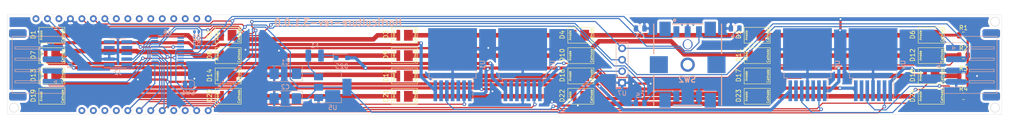
<source format=kicad_pcb>
(kicad_pcb (version 20171130) (host pcbnew "(5.1.6)-1")
  (layers (0 F.Cu signal) (31 B.Cu signal) (34 B.Paste user) (35 F.Paste user) (36 B.SilkS user) (37 F.SilkS user) (38 B.Mask user) (39 F.Mask user) (44 Edge.Cuts user))
  (net 0 "")
  (net 1 "Net-(D1-Pad2)")
  (net 2 "Net-(D1-Pad1)")
  (net 3 "Net-(D2-Pad1)")
  (net 4 "Net-(D3-Pad1)")
  (net 5 "Net-(D4-Pad1)")
  (net 6 "Net-(D10-Pad1)")
  (net 7 "Net-(D11-Pad1)")
  (net 8 "Net-(D12-Pad1)")
  (net 9 "Net-(D13-Pad1)")
  (net 10 "Net-(D10-Pad2)")
  (net 11 "Net-(D13-Pad2)")
  (net 12 "Net-(D19-Pad2)")
  (net 13 "Net-(D7-Pad2)")
  (net 14 "Net-(D7-Pad1)")
  (net 15 "Net-(D19-Pad1)")
  (net 16 "Net-(D5-Pad1)")
  (net 17 "Net-(D6-Pad1)")
  (net 18 "Net-(D8-Pad1)")
  (net 19 "Net-(D14-Pad1)")
  (net 20 "Net-(D15-Pad1)")
  (net 21 "Net-(D16-Pad1)")
  (net 22 "Net-(D17-Pad1)")
  (net 23 "Net-(D18-Pad1)")
  (net 24 "Net-(D20-Pad1)")
  (net 25 "Net-(D21-Pad1)")
  (net 26 "Net-(D22-Pad1)")
  (net 27 "Net-(D23-Pad1)")
  (net 28 "Net-(D24-Pad1)")
  (net 29 VDC)
  (net 30 SWD-GND)
  (net 31 UC-pwm1)
  (net 32 UC-pwm2)
  (net 33 UC-pwm3)
  (net 34 UC-pwm4)
  (net 35 SWD-SWCLK)
  (net 36 SWD-SWIO)
  (net 37 nRESET)
  (net 38 i2c-addr)
  (net 39 "Net-(C1-Pad1)")
  (net 40 I2c-SDA)
  (net 41 I2c-SCL)
  (net 42 "Net-(D25-Pad1)")
  (net 43 +3.3V)
  (net 44 Enc-A)
  (net 45 Enc-B)
  (net 46 Enc-bt1)
  (module Adafruit_FeatherWing:PCB_FeatherWing (layer B.Cu) (at 65.4 91)
    (fp_text reference A1)
    (fp_text value Particle_Boron)
    (pad NC thru_hole circle (at 19.05 -10.16) (size 1.524 1.524) (drill 0.762) (layers *.Cu *.Mask))
    (pad TX thru_hole circle (at 16.51 -10.16) (size 1.524 1.524) (drill 0.762) (layers *.Cu *.Mask))
    (pad RX thru_hole circle (at 13.97 -10.16) (size 1.524 1.524) (drill 0.762) (layers *.Cu *.Mask))
    (pad MI thru_hole circle (at 11.43 -10.16) (size 1.524 1.524) (drill 0.762) (layers *.Cu *.Mask))
    (pad MO thru_hole circle (at 8.89 -10.16) (size 1.524 1.524) (drill 0.762) (layers *.Cu *.Mask))
    (pad SCK thru_hole circle (at 6.35 -10.16) (size 1.524 1.524) (drill 0.762) (layers *.Cu *.Mask))
    (pad A5 thru_hole circle (at 3.81 -10.16) (size 1.524 1.524) (drill 0.762) (layers *.Cu *.Mask))
    (pad A4 thru_hole circle (at 1.27 -10.16) (size 1.524 1.524) (drill 0.762) (layers *.Cu *.Mask))
    (pad A3 thru_hole circle (at -1.27 -10.16) (size 1.524 1.524) (drill 0.762) (layers *.Cu *.Mask))
    (pad A2 thru_hole circle (at -3.81 -10.16) (size 1.524 1.524) (drill 0.762) (layers *.Cu *.Mask) (net 44 Enc-A))
    (pad A1 thru_hole circle (at -6.35 -10.16) (size 1.524 1.524) (drill 0.762) (layers *.Cu *.Mask) (net 45 Enc-B))
    (pad A0 thru_hole circle (at -8.89 -10.16) (size 1.524 1.524) (drill 0.762) (layers *.Cu *.Mask) (net 46 Enc-bt1))
    (pad MD thru_hole circle (at -13.97 -10.16) (size 1.524 1.524) (drill 0.762) (layers *.Cu *.Mask))
    (pad RESET thru_hole circle (at -19.05 -10.16) (size 1.524 1.524) (drill 0.762) (layers *.Cu *.Mask))
    (pad SDA thru_hole circle (at 19.05 10.16) (size 1.524 1.524) (drill 0.762) (layers *.Cu *.Mask) (net 40 I2c-SDA))
    (pad SCL thru_hole circle (at 16.51 10.16) (size 1.524 1.524) (drill 0.762) (layers *.Cu *.Mask) (net 41 I2c-SCL))
    (pad D2 thru_hole circle (at 13.97 10.16) (size 1.524 1.524) (drill 0.762) (layers *.Cu *.Mask))
    (pad D3 thru_hole circle (at 11.43 10.16) (size 1.524 1.524) (drill 0.762) (layers *.Cu *.Mask))
    (pad D4 thru_hole circle (at 8.89 10.16) (size 1.524 1.524) (drill 0.762) (layers *.Cu *.Mask) (net 34 UC-pwm4))
    (pad D5 thru_hole circle (at 6.35 10.16) (size 1.524 1.524) (drill 0.762) (layers *.Cu *.Mask) (net 33 UC-pwm3))
    (pad D6 thru_hole circle (at 3.81 10.16) (size 1.524 1.524) (drill 0.762) (layers *.Cu *.Mask) (net 32 UC-pwm2))
    (pad D7 thru_hole circle (at 1.27 10.16) (size 1.524 1.524) (drill 0.762) (layers *.Cu *.Mask) (net 31 UC-pwm1))
    (pad D8 thru_hole circle (at -1.27 10.16) (size 1.524 1.524) (drill 0.762) (layers *.Cu *.Mask))
    (pad VUSB thru_hole circle (at -3.81 10.16) (size 1.524 1.524) (drill 0.762) (layers *.Cu *.Mask))
    (pad EN thru_hole circle (at -6.35 10.16) (size 1.524 1.524) (drill 0.762) (layers *.Cu *.Mask))
    (pad LI+ thru_hole circle (at -8.89 10.16) (size 1.524 1.524) (drill 0.762) (layers *.Cu *.Mask))
    (pad 3V3 thru_hole circle (at -16.51 -10.16) (size 1.524 1.524) (drill 0.762) (layers *.Cu *.Mask) (net 43 +3.3V))
    (pad GND thru_hole circle (at -11.43 -10.16) (size 1.524 1.524) (drill 0.762) (layers *.Cu *.Mask) (net 30 SWD-GND))
  )
  (module Rotary_Encoder:EC11J1524413-modiied (layer B.Cu) (at 190.5 91)
    (fp_text reference SW2 (at -0.108 3.29) (layer B.SilkS) (effects (font (size 1.27 1.27) (thickness 0.254)) (justify mirror)))
    (fp_text value Rotary_Encoder_Switch hide)
    (pad 12 thru_hole circle (at 0 0) (size 3.15 3.15) (drill 2.1) (layers *.Cu *.Mask))
    (pad 11 smd rect (at -5 7.9) (size 2.5 3.2) (layers B.Cu B.Paste B.Mask))
    (pad 10 smd rect (at -6.375 0 270) (size 3.75 4) (layers B.Cu B.Paste B.Mask))
    (pad 9 smd rect (at -5 -7.9) (size 2.5 3.2) (layers B.Cu B.Paste B.Mask))
    (pad 8 smd rect (at 5 -7.9) (size 2.5 3.2) (layers B.Cu B.Paste B.Mask))
    (pad 7 smd rect (at 6.375 0 270) (size 3.75 4) (layers B.Cu B.Paste B.Mask))
    (pad 6 smd rect (at 5 7.9) (size 2.5 3.2) (layers B.Cu B.Paste B.Mask))
    (pad S2 smd rect (at 2.5 7) (size 1.3 2.4) (layers B.Cu B.Paste B.Mask) (net 30 SWD-GND))
    (pad S1 smd rect (at -2.5 7) (size 1.3 2.4) (layers B.Cu B.Paste B.Mask) (net 46 Enc-bt1))
    (pad C smd rect (at 0 -7.3) (size 1.3 2.4) (layers B.Cu B.Paste B.Mask) (net 30 SWD-GND))
    (pad B smd rect (at 2.5 -7.3) (size 1.3 2.4) (layers B.Cu B.Paste B.Mask) (net 45 Enc-B))
    (pad A smd rect (at -2.5 -7.3) (size 1.3 2.4) (layers B.Cu B.Paste B.Mask) (net 44 Enc-A))
    (pad 3 thru_hole circle (at 0 -4.5) (size 2.2 2.2) (drill oval 1.6 1.9) (layers *.Cu *.Mask))
  )
  (module Connector_PinHeader_2.54mm:PinHeader_1x04_P2.54mm_Vertical (layer B.Cu) (at 176 95)
    (fp_text reference U7 (at 0 2.33) (layer B.SilkS) (effects (justify mirror)))
    (fp_text value SSD1306)
    (pad 4 thru_hole oval (at 0 -7.62) (size 1.7 1.7) (drill 1) (layers *.Cu *.Mask) (net 40 I2c-SDA))
    (pad 3 thru_hole oval (at 0 -5.08) (size 1.7 1.7) (drill 1) (layers *.Cu *.Mask) (net 41 I2c-SCL))
    (pad 2 thru_hole oval (at 0 -2.54) (size 1.7 1.7) (drill 1) (layers *.Cu *.Mask) (net 43 +3.3V))
    (pad 1 thru_hole rect (at 0 0) (size 1.7 1.7) (drill 1) (layers *.Cu *.Mask) (net 30 SWD-GND))
  )
  (module Package_SO:TSSOP-20_4.4x6.5mm_P0.65mm (layer B.Cu) (at 75.5 88 180)
    (fp_text reference U6 (at 0 4.2) (layer B.SilkS) (effects (justify mirror)))
    (fp_text value STM32F030F4Px)
    (pad 20 smd roundrect (at 2.8625 2.925 180) (size 1.475 0.4) (layers B.Cu B.Paste B.Mask) (net 35 SWD-SWCLK))
    (pad 19 smd roundrect (at 2.8625 2.275 180) (size 1.475 0.4) (layers B.Cu B.Paste B.Mask) (net 36 SWD-SWIO))
    (pad 18 smd roundrect (at 2.8625 1.625 180) (size 1.475 0.4) (layers B.Cu B.Paste B.Mask) (net 40 I2c-SDA))
    (pad 17 smd roundrect (at 2.8625 0.975 180) (size 1.475 0.4) (layers B.Cu B.Paste B.Mask) (net 41 I2c-SCL))
    (pad 16 smd roundrect (at 2.8625 0.325 180) (size 1.475 0.4) (layers B.Cu B.Paste B.Mask) (net 43 +3.3V))
    (pad 15 smd roundrect (at 2.8625 -0.325 180) (size 1.475 0.4) (layers B.Cu B.Paste B.Mask) (net 30 SWD-GND))
    (pad 14 smd roundrect (at 2.8625 -0.975 180) (size 1.475 0.4) (layers B.Cu B.Paste B.Mask) (net 34 UC-pwm4))
    (pad 13 smd roundrect (at 2.8625 -1.625 180) (size 1.475 0.4) (layers B.Cu B.Paste B.Mask) (net 33 UC-pwm3))
    (pad 12 smd roundrect (at 2.8625 -2.275 180) (size 1.475 0.4) (layers B.Cu B.Paste B.Mask) (net 32 UC-pwm2))
    (pad 11 smd roundrect (at 2.8625 -2.925 180) (size 1.475 0.4) (layers B.Cu B.Paste B.Mask) (net 31 UC-pwm1))
    (pad 10 smd roundrect (at -2.8625 -2.925 180) (size 1.475 0.4) (layers B.Cu B.Paste B.Mask) (net 38 i2c-addr))
    (pad 9 smd roundrect (at -2.8625 -2.275 180) (size 1.475 0.4) (layers B.Cu B.Paste B.Mask))
    (pad 8 smd roundrect (at -2.8625 -1.625 180) (size 1.475 0.4) (layers B.Cu B.Paste B.Mask) (net 46 Enc-bt1))
    (pad 7 smd roundrect (at -2.8625 -0.975 180) (size 1.475 0.4) (layers B.Cu B.Paste B.Mask) (net 45 Enc-B))
    (pad 6 smd roundrect (at -2.8625 -0.325 180) (size 1.475 0.4) (layers B.Cu B.Paste B.Mask) (net 44 Enc-A))
    (pad 5 smd roundrect (at -2.8625 0.325 180) (size 1.475 0.4) (layers B.Cu B.Paste B.Mask) (net 43 +3.3V))
    (pad 4 smd roundrect (at -2.8625 0.975 180) (size 1.475 0.4) (layers B.Cu B.Paste B.Mask) (net 37 nRESET))
    (pad 3 smd roundrect (at -2.8625 1.625 180) (size 1.475 0.4) (layers B.Cu B.Paste B.Mask))
    (pad 2 smd roundrect (at -2.8625 2.275 180) (size 1.475 0.4) (layers B.Cu B.Paste B.Mask))
    (pad 1 smd roundrect (at -2.8625 2.925 180) (size 1.475 0.4) (layers B.Cu B.Paste B.Mask))
  )
  (module Package_TO_SOT_SMD:SOT-223-3_TabPin2 (layer B.Cu) (at 112 96)
    (fp_text reference U5 (at 0 4.5) (layer B.SilkS) (effects (justify mirror)))
    (fp_text value AMS1117-3.3)
    (pad 1 smd rect (at -3.15 2.3) (size 2 1.5) (layers B.Cu B.Paste B.Mask) (net 30 SWD-GND))
    (pad 3 smd rect (at -3.15 -2.3) (size 2 1.5) (layers B.Cu B.Paste B.Mask) (net 39 "Net-(C1-Pad1)"))
    (pad 2 smd rect (at -3.15 0) (size 2 1.5) (layers B.Cu B.Paste B.Mask) (net 43 +3.3V))
    (pad 2 smd rect (at 3.15 0) (size 2 3.8) (layers B.Cu B.Paste B.Mask) (net 43 +3.3V))
  )
  (module Package_TO_SOT_SMD:TO-263-7_TabPin4 (layer B.Cu) (at 231.5 91 90)
    (fp_text reference U4 (at 0 6.65 90) (layer B.SilkS) (effects (justify mirror)))
    (fp_text value TLE4309)
    (pad 4 smd rect (at 3.375 0 90) (size 9.4 10.8) (layers B.Cu B.Mask) (net 30 SWD-GND))
    (pad 7 smd rect (at -5.775 -3.81 90) (size 4.6 0.8) (layers B.Cu B.Paste B.Mask) (net 12 "Net-(D19-Pad2)"))
    (pad 6 smd rect (at -5.775 -2.54 90) (size 4.6 0.8) (layers B.Cu B.Paste B.Mask))
    (pad 5 smd rect (at -5.775 -1.27 90) (size 4.6 0.8) (layers B.Cu B.Paste B.Mask) (net 28 "Net-(D24-Pad1)"))
    (pad 4 smd rect (at -5.775 0 90) (size 4.6 0.8) (layers B.Cu B.Paste B.Mask) (net 30 SWD-GND))
    (pad 3 smd rect (at -5.775 1.27 90) (size 4.6 0.8) (layers B.Cu B.Paste B.Mask))
    (pad 2 smd rect (at -5.775 2.54 90) (size 4.6 0.8) (layers B.Cu B.Paste B.Mask) (net 34 UC-pwm4))
    (pad 1 smd rect (at -5.775 3.81 90) (size 4.6 0.8) (layers B.Cu B.Paste B.Mask) (net 29 VDC))
  )
  (module Package_TO_SOT_SMD:TO-263-7_TabPin4 (layer B.Cu) (at 217 91 90)
    (fp_text reference U3 (at 0 6.65 90) (layer B.SilkS) (effects (justify mirror)))
    (fp_text value TLE4309)
    (pad 4 smd rect (at 3.375 0 90) (size 9.4 10.8) (layers B.Cu B.Mask) (net 30 SWD-GND))
    (pad 7 smd rect (at -5.775 -3.81 90) (size 4.6 0.8) (layers B.Cu B.Paste B.Mask) (net 11 "Net-(D13-Pad2)"))
    (pad 6 smd rect (at -5.775 -2.54 90) (size 4.6 0.8) (layers B.Cu B.Paste B.Mask))
    (pad 5 smd rect (at -5.775 -1.27 90) (size 4.6 0.8) (layers B.Cu B.Paste B.Mask) (net 23 "Net-(D18-Pad1)"))
    (pad 4 smd rect (at -5.775 0 90) (size 4.6 0.8) (layers B.Cu B.Paste B.Mask) (net 30 SWD-GND))
    (pad 3 smd rect (at -5.775 1.27 90) (size 4.6 0.8) (layers B.Cu B.Paste B.Mask))
    (pad 2 smd rect (at -5.775 2.54 90) (size 4.6 0.8) (layers B.Cu B.Paste B.Mask) (net 33 UC-pwm3))
    (pad 1 smd rect (at -5.775 3.81 90) (size 4.6 0.8) (layers B.Cu B.Paste B.Mask) (net 29 VDC))
  )
  (module Package_TO_SOT_SMD:TO-263-7_TabPin4 (layer B.Cu) (at 154 91 90)
    (fp_text reference U2 (at 0 6.65 90) (layer B.SilkS) (effects (justify mirror)))
    (fp_text value TLE4309)
    (pad 4 smd rect (at 3.375 0 90) (size 9.4 10.8) (layers B.Cu B.Mask) (net 30 SWD-GND))
    (pad 7 smd rect (at -5.775 -3.81 90) (size 4.6 0.8) (layers B.Cu B.Paste B.Mask) (net 13 "Net-(D7-Pad2)"))
    (pad 6 smd rect (at -5.775 -2.54 90) (size 4.6 0.8) (layers B.Cu B.Paste B.Mask))
    (pad 5 smd rect (at -5.775 -1.27 90) (size 4.6 0.8) (layers B.Cu B.Paste B.Mask) (net 8 "Net-(D12-Pad1)"))
    (pad 4 smd rect (at -5.775 0 90) (size 4.6 0.8) (layers B.Cu B.Paste B.Mask) (net 30 SWD-GND))
    (pad 3 smd rect (at -5.775 1.27 90) (size 4.6 0.8) (layers B.Cu B.Paste B.Mask))
    (pad 2 smd rect (at -5.775 2.54 90) (size 4.6 0.8) (layers B.Cu B.Paste B.Mask) (net 32 UC-pwm2))
    (pad 1 smd rect (at -5.775 3.81 90) (size 4.6 0.8) (layers B.Cu B.Paste B.Mask) (net 29 VDC))
  )
  (module Package_TO_SOT_SMD:TO-263-7_TabPin4 (layer B.Cu) (at 138.5 91 90)
    (fp_text reference U1 (at 0 6.65 90) (layer B.SilkS) (effects (justify mirror)))
    (fp_text value TLE4309)
    (pad 4 smd rect (at 3.375 0 90) (size 9.4 10.8) (layers B.Cu B.Mask) (net 30 SWD-GND))
    (pad 7 smd rect (at -5.775 -3.81 90) (size 4.6 0.8) (layers B.Cu B.Paste B.Mask) (net 1 "Net-(D1-Pad2)"))
    (pad 6 smd rect (at -5.775 -2.54 90) (size 4.6 0.8) (layers B.Cu B.Paste B.Mask))
    (pad 5 smd rect (at -5.775 -1.27 90) (size 4.6 0.8) (layers B.Cu B.Paste B.Mask) (net 17 "Net-(D6-Pad1)"))
    (pad 4 smd rect (at -5.775 0 90) (size 4.6 0.8) (layers B.Cu B.Paste B.Mask) (net 30 SWD-GND))
    (pad 3 smd rect (at -5.775 1.27 90) (size 4.6 0.8) (layers B.Cu B.Paste B.Mask))
    (pad 2 smd rect (at -5.775 2.54 90) (size 4.6 0.8) (layers B.Cu B.Paste B.Mask) (net 31 UC-pwm1))
    (pad 1 smd rect (at -5.775 3.81 90) (size 4.6 0.8) (layers B.Cu B.Paste B.Mask) (net 29 VDC))
  )
  (module Jumper:SolderJumper-2_P1.3mm_Open_RoundedPad1.0x1.5mm (layer B.Cu) (at 80 95.4)
    (fp_text reference SW1 (at 0 1.8) (layer B.SilkS) (effects (justify mirror)))
    (fp_text value SW-I2C)
    (pad 2 smd custom (at 0.65 0) (size 1 0.5) (layers B.Cu B.Mask) (net 30 SWD-GND) (options (clearance outline) (anchor rect)) (primitives (gr_circle (center 0 -0.25) (end 0.5 -0.25) (width 0)) (gr_circle (center 0 0.25) (end 0.5 0.25) (width 0)) (gr_poly (pts (xy 0 0.75) (xy -0.5 0.75) (xy -0.5 -0.75) (xy 0 -0.75)) (width 0))))
    (pad 1 smd custom (at -0.65 0) (size 1 0.5) (layers B.Cu B.Mask) (net 38 i2c-addr) (options (clearance outline) (anchor rect)) (primitives (gr_circle (center 0 -0.25) (end 0.5 -0.25) (width 0)) (gr_circle (center 0 0.25) (end 0.5 0.25) (width 0)) (gr_poly (pts (xy 0 0.75) (xy 0.5 0.75) (xy 0.5 -0.75) (xy 0 -0.75)) (width 0))))
  )
  (module Resistor_SMD:R_0402_1005Metric (layer B.Cu) (at 81.9 83.7)
    (fp_text reference R6 (at 0 1.17) (layer B.SilkS) (effects (justify mirror)))
    (fp_text value 4.7K)
    (pad 2 smd roundrect (at 0.485 0) (size 0.59 0.64) (layers B.Cu B.Paste B.Mask) (net 41 I2c-SCL))
    (pad 1 smd roundrect (at -0.485 0) (size 0.59 0.64) (layers B.Cu B.Paste B.Mask) (net 43 +3.3V))
  )
  (module Resistor_SMD:R_0402_1005Metric (layer B.Cu) (at 81.9 87.2 180)
    (fp_text reference R5 (at 0 1.17) (layer B.SilkS) (effects (justify mirror)))
    (fp_text value 4.7K)
    (pad 2 smd roundrect (at 0.485 0 180) (size 0.59 0.64) (layers B.Cu B.Paste B.Mask) (net 43 +3.3V))
    (pad 1 smd roundrect (at -0.485 0 180) (size 0.59 0.64) (layers B.Cu B.Paste B.Mask) (net 40 I2c-SDA))
  )
  (module Resistor_SMD:R_0805_2012Metric (layer F.Cu) (at 251.5 98)
    (fp_text reference R4 (at 0 -1.65) (layer F.SilkS))
    (fp_text value R_Small)
    (pad 2 smd roundrect (at 0.9375 0) (size 0.975 1.4) (layers F.Cu F.Paste F.Mask) (net 30 SWD-GND))
    (pad 1 smd roundrect (at -0.9375 0) (size 0.975 1.4) (layers F.Cu F.Paste F.Mask) (net 28 "Net-(D24-Pad1)"))
  )
  (module Resistor_SMD:R_0805_2012Metric (layer F.Cu) (at 251.5 93.5)
    (fp_text reference R3 (at 0 -1.65) (layer F.SilkS))
    (fp_text value R_Small)
    (pad 2 smd roundrect (at 0.9375 0) (size 0.975 1.4) (layers F.Cu F.Paste F.Mask) (net 30 SWD-GND))
    (pad 1 smd roundrect (at -0.9375 0) (size 0.975 1.4) (layers F.Cu F.Paste F.Mask) (net 23 "Net-(D18-Pad1)"))
  )
  (module Resistor_SMD:R_0805_2012Metric (layer F.Cu) (at 251.5 89)
    (fp_text reference R2 (at 0 -1.65) (layer F.SilkS))
    (fp_text value R_Small)
    (pad 2 smd roundrect (at 0.9375 0) (size 0.975 1.4) (layers F.Cu F.Paste F.Mask) (net 30 SWD-GND))
    (pad 1 smd roundrect (at -0.9375 0) (size 0.975 1.4) (layers F.Cu F.Paste F.Mask) (net 8 "Net-(D12-Pad1)"))
  )
  (module Resistor_SMD:R_0805_2012Metric (layer F.Cu) (at 251.5 84.5)
    (fp_text reference R1 (at 0 -1.65) (layer F.SilkS))
    (fp_text value R_Small)
    (pad 2 smd roundrect (at 0.9375 0) (size 0.975 1.4) (layers F.Cu F.Paste F.Mask) (net 30 SWD-GND))
    (pad 1 smd roundrect (at -0.9375 0) (size 0.975 1.4) (layers F.Cu F.Paste F.Mask) (net 17 "Net-(D6-Pad1)"))
  )
  (module Connector_PinHeader_1.27mm:PinHeader_2x05_P1.27mm_Vertical_SMD (layer B.Cu) (at 64.5 88.5)
    (fp_text reference J2 (at 0 4.235) (layer B.SilkS) (effects (justify mirror)))
    (fp_text value Conn_02x05_Odd_Even)
    (pad 10 smd rect (at 1.95 -2.54) (size 2.4 0.74) (layers B.Cu B.Paste B.Mask) (net 37 nRESET))
    (pad 9 smd rect (at -1.95 -2.54) (size 2.4 0.74) (layers B.Cu B.Paste B.Mask))
    (pad 8 smd rect (at 1.95 -1.27) (size 2.4 0.74) (layers B.Cu B.Paste B.Mask))
    (pad 7 smd rect (at -1.95 -1.27) (size 2.4 0.74) (layers B.Cu B.Paste B.Mask))
    (pad 6 smd rect (at 1.95 0) (size 2.4 0.74) (layers B.Cu B.Paste B.Mask))
    (pad 5 smd rect (at -1.95 0) (size 2.4 0.74) (layers B.Cu B.Paste B.Mask) (net 30 SWD-GND))
    (pad 4 smd rect (at 1.95 1.27) (size 2.4 0.74) (layers B.Cu B.Paste B.Mask) (net 35 SWD-SWCLK))
    (pad 3 smd rect (at -1.95 1.27) (size 2.4 0.74) (layers B.Cu B.Paste B.Mask) (net 30 SWD-GND))
    (pad 2 smd rect (at 1.95 2.54) (size 2.4 0.74) (layers B.Cu B.Paste B.Mask) (net 36 SWD-SWIO))
    (pad 1 smd rect (at -1.95 2.54) (size 2.4 0.74) (layers B.Cu B.Paste B.Mask) (net 43 +3.3V))
  )
  (module Fuse:Fuse_1210_3225Metric (layer B.Cu) (at 108 89 180)
    (fp_text reference F1 (at 0 2.28) (layer B.SilkS) (effects (justify mirror)))
    (fp_text value 400mA)
    (pad 2 smd roundrect (at 1.4 0 180) (size 1.25 2.65) (layers B.Cu B.Paste B.Mask) (roundrect_rratio 0.2) (net 39 "Net-(C1-Pad1)"))
    (pad 1 smd roundrect (at -1.4 0 180) (size 1.25 2.65) (layers B.Cu B.Paste B.Mask) (roundrect_rratio 0.2) (net 42 "Net-(D25-Pad1)"))
  )
  (module Diode_SMD:D_SOD-323_HandSoldering (layer B.Cu) (at 114 89.5)
    (fp_text reference D25 (at 0 1.85) (layer B.SilkS) (effects (justify mirror)))
    (fp_text value D_Schottky)
    (pad 2 smd rect (at 1.25 0) (size 1 1) (layers B.Cu B.Paste B.Mask) (net 29 VDC))
    (pad 1 smd rect (at -1.25 0) (size 1 1) (layers B.Cu B.Paste B.Mask) (net 42 "Net-(D25-Pad1)"))
  )
  (module LED_SMD:Sunplus-35 (layer F.Cu) (at 243 98 90)
    (fp_text reference D24 (at 0.12 -2.75 90) (layer F.SilkS))
    (fp_text value LED)
    (fp_text user Cathode (at 0 3.75 90) (layer F.SilkS) (effects (font (size 0.5 0.5) (thickness 0.1))))
    (fp_text user Anode (at 0 -1 90) (layer F.SilkS) (effects (font (size 0.5 0.5) (thickness 0.1))))
    (pad 1 smd rect (at 0 2.225 270) (size 2.4 1.93) (layers F.Cu F.Paste F.Mask) (net 28 "Net-(D24-Pad1)"))
    (pad 2 smd rect (at 0 0 270) (size 2.4 0.82) (layers F.Cu F.Paste F.Mask) (net 27 "Net-(D23-Pad1)"))
  )
  (module LED_SMD:Sunplus-35 (layer F.Cu) (at 204.5 98 90)
    (fp_text reference D23 (at 0.12 -2.75 90) (layer F.SilkS))
    (fp_text value LED)
    (fp_text user Cathode (at 0 3.75 90) (layer F.SilkS) (effects (font (size 0.5 0.5) (thickness 0.1))))
    (fp_text user Anode (at 0 -1 90) (layer F.SilkS) (effects (font (size 0.5 0.5) (thickness 0.1))))
    (pad 1 smd rect (at 0 2.225 270) (size 2.4 1.93) (layers F.Cu F.Paste F.Mask) (net 27 "Net-(D23-Pad1)"))
    (pad 2 smd rect (at 0 0 270) (size 2.4 0.82) (layers F.Cu F.Paste F.Mask) (net 26 "Net-(D22-Pad1)"))
  )
  (module LED_SMD:Sunplus-35 (layer F.Cu) (at 165.5 98 90)
    (fp_text reference D22 (at 0.12 -2.75 90) (layer F.SilkS))
    (fp_text value LED)
    (fp_text user Cathode (at 0 3.75 90) (layer F.SilkS) (effects (font (size 0.5 0.5) (thickness 0.1))))
    (fp_text user Anode (at 0 -1 90) (layer F.SilkS) (effects (font (size 0.5 0.5) (thickness 0.1))))
    (pad 1 smd rect (at 0 2.225 270) (size 2.4 1.93) (layers F.Cu F.Paste F.Mask) (net 26 "Net-(D22-Pad1)"))
    (pad 2 smd rect (at 0 0 270) (size 2.4 0.82) (layers F.Cu F.Paste F.Mask) (net 25 "Net-(D21-Pad1)"))
  )
  (module LED_SMD:Sunplus-35 (layer F.Cu) (at 126.5 98 90)
    (fp_text reference D21 (at 0.12 -2.75 90) (layer F.SilkS))
    (fp_text value LED)
    (fp_text user Cathode (at 0 3.75 90) (layer F.SilkS) (effects (font (size 0.5 0.5) (thickness 0.1))))
    (fp_text user Anode (at 0 -1 90) (layer F.SilkS) (effects (font (size 0.5 0.5) (thickness 0.1))))
    (pad 1 smd rect (at 0 2.225 270) (size 2.4 1.93) (layers F.Cu F.Paste F.Mask) (net 25 "Net-(D21-Pad1)"))
    (pad 2 smd rect (at 0 0 270) (size 2.4 0.82) (layers F.Cu F.Paste F.Mask) (net 24 "Net-(D20-Pad1)"))
  )
  (module LED_SMD:Sunplus-35 (layer F.Cu) (at 87.5 98 90)
    (fp_text reference D20 (at 0.12 -2.75 90) (layer F.SilkS))
    (fp_text value LED)
    (fp_text user Cathode (at 0 3.75 90) (layer F.SilkS) (effects (font (size 0.5 0.5) (thickness 0.1))))
    (fp_text user Anode (at 0 -1 90) (layer F.SilkS) (effects (font (size 0.5 0.5) (thickness 0.1))))
    (pad 1 smd rect (at 0 2.225 270) (size 2.4 1.93) (layers F.Cu F.Paste F.Mask) (net 24 "Net-(D20-Pad1)"))
    (pad 2 smd rect (at 0 0 270) (size 2.4 0.82) (layers F.Cu F.Paste F.Mask) (net 15 "Net-(D19-Pad1)"))
  )
  (module LED_SMD:Sunplus-35 (layer F.Cu) (at 48.5 98 90)
    (fp_text reference D19 (at 0.12 -2.75 90) (layer F.SilkS))
    (fp_text value LED)
    (fp_text user Cathode (at 0 3.75 90) (layer F.SilkS) (effects (font (size 0.5 0.5) (thickness 0.1))))
    (fp_text user Anode (at 0 -1 90) (layer F.SilkS) (effects (font (size 0.5 0.5) (thickness 0.1))))
    (pad 1 smd rect (at 0 2.225 270) (size 2.4 1.93) (layers F.Cu F.Paste F.Mask) (net 15 "Net-(D19-Pad1)"))
    (pad 2 smd rect (at 0 0 270) (size 2.4 0.82) (layers F.Cu F.Paste F.Mask) (net 12 "Net-(D19-Pad2)"))
  )
  (module LED_SMD:Sunplus-35 (layer F.Cu) (at 243 93.5 90)
    (fp_text reference D18 (at 0.12 -2.75 90) (layer F.SilkS))
    (fp_text value LED)
    (fp_text user Cathode (at 0 3.75 90) (layer F.SilkS) (effects (font (size 0.5 0.5) (thickness 0.1))))
    (fp_text user Anode (at 0 -1 90) (layer F.SilkS) (effects (font (size 0.5 0.5) (thickness 0.1))))
    (pad 1 smd rect (at 0 2.225 270) (size 2.4 1.93) (layers F.Cu F.Paste F.Mask) (net 23 "Net-(D18-Pad1)"))
    (pad 2 smd rect (at 0 0 270) (size 2.4 0.82) (layers F.Cu F.Paste F.Mask) (net 22 "Net-(D17-Pad1)"))
  )
  (module LED_SMD:Sunplus-35 (layer F.Cu) (at 204.5 93.5 90)
    (fp_text reference D17 (at 0.12 -2.75 90) (layer F.SilkS))
    (fp_text value LED)
    (fp_text user Cathode (at 0 3.75 90) (layer F.SilkS) (effects (font (size 0.5 0.5) (thickness 0.1))))
    (fp_text user Anode (at 0 -1 90) (layer F.SilkS) (effects (font (size 0.5 0.5) (thickness 0.1))))
    (pad 1 smd rect (at 0 2.225 270) (size 2.4 1.93) (layers F.Cu F.Paste F.Mask) (net 22 "Net-(D17-Pad1)"))
    (pad 2 smd rect (at 0 0 270) (size 2.4 0.82) (layers F.Cu F.Paste F.Mask) (net 21 "Net-(D16-Pad1)"))
  )
  (module LED_SMD:Sunplus-35 (layer F.Cu) (at 165.5 93.5 90)
    (fp_text reference D16 (at 0.12 -2.75 90) (layer F.SilkS))
    (fp_text value LED)
    (fp_text user Cathode (at 0 3.75 90) (layer F.SilkS) (effects (font (size 0.5 0.5) (thickness 0.1))))
    (fp_text user Anode (at 0 -1 90) (layer F.SilkS) (effects (font (size 0.5 0.5) (thickness 0.1))))
    (pad 1 smd rect (at 0 2.225 270) (size 2.4 1.93) (layers F.Cu F.Paste F.Mask) (net 21 "Net-(D16-Pad1)"))
    (pad 2 smd rect (at 0 0 270) (size 2.4 0.82) (layers F.Cu F.Paste F.Mask) (net 20 "Net-(D15-Pad1)"))
  )
  (module LED_SMD:Sunplus-35 (layer F.Cu) (at 126.5 93.5 90)
    (fp_text reference D15 (at 0.12 -2.75 90) (layer F.SilkS))
    (fp_text value LED)
    (fp_text user Cathode (at 0 3.75 90) (layer F.SilkS) (effects (font (size 0.5 0.5) (thickness 0.1))))
    (fp_text user Anode (at 0 -1 90) (layer F.SilkS) (effects (font (size 0.5 0.5) (thickness 0.1))))
    (pad 1 smd rect (at 0 2.225 270) (size 2.4 1.93) (layers F.Cu F.Paste F.Mask) (net 20 "Net-(D15-Pad1)"))
    (pad 2 smd rect (at 0 0 270) (size 2.4 0.82) (layers F.Cu F.Paste F.Mask) (net 19 "Net-(D14-Pad1)"))
  )
  (module LED_SMD:Sunplus-35 (layer F.Cu) (at 87.5 93.5 90)
    (fp_text reference D14 (at 0.12 -2.75 90) (layer F.SilkS))
    (fp_text value LED)
    (fp_text user Cathode (at 0 3.75 90) (layer F.SilkS) (effects (font (size 0.5 0.5) (thickness 0.1))))
    (fp_text user Anode (at 0 -1 90) (layer F.SilkS) (effects (font (size 0.5 0.5) (thickness 0.1))))
    (pad 1 smd rect (at 0 2.225 270) (size 2.4 1.93) (layers F.Cu F.Paste F.Mask) (net 19 "Net-(D14-Pad1)"))
    (pad 2 smd rect (at 0 0 270) (size 2.4 0.82) (layers F.Cu F.Paste F.Mask) (net 9 "Net-(D13-Pad1)"))
  )
  (module LED_SMD:Sunplus-35 (layer F.Cu) (at 48.5 93.5 90)
    (fp_text reference D13 (at 0.12 -2.75 90) (layer F.SilkS))
    (fp_text value LED)
    (fp_text user Cathode (at 0 3.75 90) (layer F.SilkS) (effects (font (size 0.5 0.5) (thickness 0.1))))
    (fp_text user Anode (at 0 -1 90) (layer F.SilkS) (effects (font (size 0.5 0.5) (thickness 0.1))))
    (pad 1 smd rect (at 0 2.225 270) (size 2.4 1.93) (layers F.Cu F.Paste F.Mask) (net 9 "Net-(D13-Pad1)"))
    (pad 2 smd rect (at 0 0 270) (size 2.4 0.82) (layers F.Cu F.Paste F.Mask) (net 11 "Net-(D13-Pad2)"))
  )
  (module LED_SMD:Sunplus-35 (layer F.Cu) (at 243 89 90)
    (fp_text reference D12 (at 0.12 -2.75 90) (layer F.SilkS))
    (fp_text value LED)
    (fp_text user Cathode (at 0 3.75 90) (layer F.SilkS) (effects (font (size 0.5 0.5) (thickness 0.1))))
    (fp_text user Anode (at 0 -1 90) (layer F.SilkS) (effects (font (size 0.5 0.5) (thickness 0.1))))
    (pad 1 smd rect (at 0 2.225 270) (size 2.4 1.93) (layers F.Cu F.Paste F.Mask) (net 8 "Net-(D12-Pad1)"))
    (pad 2 smd rect (at 0 0 270) (size 2.4 0.82) (layers F.Cu F.Paste F.Mask) (net 7 "Net-(D11-Pad1)"))
  )
  (module LED_SMD:Sunplus-35 (layer F.Cu) (at 204.5 89 90)
    (fp_text reference D11 (at 0.12 -2.75 90) (layer F.SilkS))
    (fp_text value LED)
    (fp_text user Cathode (at 0 3.75 90) (layer F.SilkS) (effects (font (size 0.5 0.5) (thickness 0.1))))
    (fp_text user Anode (at 0 -1 90) (layer F.SilkS) (effects (font (size 0.5 0.5) (thickness 0.1))))
    (pad 1 smd rect (at 0 2.225 270) (size 2.4 1.93) (layers F.Cu F.Paste F.Mask) (net 7 "Net-(D11-Pad1)"))
    (pad 2 smd rect (at 0 0 270) (size 2.4 0.82) (layers F.Cu F.Paste F.Mask) (net 6 "Net-(D10-Pad1)"))
  )
  (module LED_SMD:Sunplus-35 (layer F.Cu) (at 165.5 89 90)
    (fp_text reference D10 (at 0.12 -2.75 90) (layer F.SilkS))
    (fp_text value LED)
    (fp_text user Cathode (at 0 3.75 90) (layer F.SilkS) (effects (font (size 0.5 0.5) (thickness 0.1))))
    (fp_text user Anode (at 0 -1 90) (layer F.SilkS) (effects (font (size 0.5 0.5) (thickness 0.1))))
    (pad 1 smd rect (at 0 2.225 270) (size 2.4 1.93) (layers F.Cu F.Paste F.Mask) (net 6 "Net-(D10-Pad1)"))
    (pad 2 smd rect (at 0 0 270) (size 2.4 0.82) (layers F.Cu F.Paste F.Mask) (net 10 "Net-(D10-Pad2)"))
  )
  (module LED_SMD:Sunplus-35 (layer F.Cu) (at 126.5 89 90)
    (fp_text reference D9 (at 0.12 -2.75 90) (layer F.SilkS))
    (fp_text value LED)
    (fp_text user Cathode (at 0 3.75 90) (layer F.SilkS) (effects (font (size 0.5 0.5) (thickness 0.1))))
    (fp_text user Anode (at 0 -1 90) (layer F.SilkS) (effects (font (size 0.5 0.5) (thickness 0.1))))
    (pad 1 smd rect (at 0 2.225 270) (size 2.4 1.93) (layers F.Cu F.Paste F.Mask) (net 10 "Net-(D10-Pad2)"))
    (pad 2 smd rect (at 0 0 270) (size 2.4 0.82) (layers F.Cu F.Paste F.Mask) (net 18 "Net-(D8-Pad1)"))
  )
  (module LED_SMD:Sunplus-35 (layer F.Cu) (at 87.5 89 90)
    (fp_text reference D8 (at 0.12 -2.75 90) (layer F.SilkS))
    (fp_text value LED)
    (fp_text user Cathode (at 0 3.75 90) (layer F.SilkS) (effects (font (size 0.5 0.5) (thickness 0.1))))
    (fp_text user Anode (at 0 -1 90) (layer F.SilkS) (effects (font (size 0.5 0.5) (thickness 0.1))))
    (pad 1 smd rect (at 0 2.225 270) (size 2.4 1.93) (layers F.Cu F.Paste F.Mask) (net 18 "Net-(D8-Pad1)"))
    (pad 2 smd rect (at 0 0 270) (size 2.4 0.82) (layers F.Cu F.Paste F.Mask) (net 14 "Net-(D7-Pad1)"))
  )
  (module LED_SMD:Sunplus-35 (layer F.Cu) (at 48.5 89 90)
    (fp_text reference D7 (at 0.12 -2.75 90) (layer F.SilkS))
    (fp_text value LED)
    (fp_text user Cathode (at 0 3.75 90) (layer F.SilkS) (effects (font (size 0.5 0.5) (thickness 0.1))))
    (fp_text user Anode (at 0 -1 90) (layer F.SilkS) (effects (font (size 0.5 0.5) (thickness 0.1))))
    (pad 1 smd rect (at 0 2.225 270) (size 2.4 1.93) (layers F.Cu F.Paste F.Mask) (net 14 "Net-(D7-Pad1)"))
    (pad 2 smd rect (at 0 0 270) (size 2.4 0.82) (layers F.Cu F.Paste F.Mask) (net 13 "Net-(D7-Pad2)"))
  )
  (module LED_SMD:Sunplus-35 (layer F.Cu) (at 243 84.5 90)
    (fp_text reference D6 (at 0.12 -2.75 90) (layer F.SilkS))
    (fp_text value LED)
    (fp_text user Cathode (at 0 3.75 90) (layer F.SilkS) (effects (font (size 0.5 0.5) (thickness 0.1))))
    (fp_text user Anode (at 0 -1 90) (layer F.SilkS) (effects (font (size 0.5 0.5) (thickness 0.1))))
    (pad 1 smd rect (at 0 2.225 270) (size 2.4 1.93) (layers F.Cu F.Paste F.Mask) (net 17 "Net-(D6-Pad1)"))
    (pad 2 smd rect (at 0 0 270) (size 2.4 0.82) (layers F.Cu F.Paste F.Mask) (net 16 "Net-(D5-Pad1)"))
  )
  (module LED_SMD:Sunplus-35 (layer F.Cu) (at 204.5 84.5 90)
    (fp_text reference D5 (at 0.12 -2.75 90) (layer F.SilkS))
    (fp_text value LED)
    (fp_text user Cathode (at 0 3.75 90) (layer F.SilkS) (effects (font (size 0.5 0.5) (thickness 0.1))))
    (fp_text user Anode (at 0 -1 90) (layer F.SilkS) (effects (font (size 0.5 0.5) (thickness 0.1))))
    (pad 1 smd rect (at 0 2.225 270) (size 2.4 1.93) (layers F.Cu F.Paste F.Mask) (net 16 "Net-(D5-Pad1)"))
    (pad 2 smd rect (at 0 0 270) (size 2.4 0.82) (layers F.Cu F.Paste F.Mask) (net 5 "Net-(D4-Pad1)"))
  )
  (module LED_SMD:Sunplus-35 (layer F.Cu) (at 165.5 84.5 90)
    (fp_text reference D4 (at 0.12 -2.75 90) (layer F.SilkS))
    (fp_text value LED)
    (fp_text user Cathode (at 0 3.75 90) (layer F.SilkS) (effects (font (size 0.5 0.5) (thickness 0.1))))
    (fp_text user Anode (at 0 -1 90) (layer F.SilkS) (effects (font (size 0.5 0.5) (thickness 0.1))))
    (pad 1 smd rect (at 0 2.225 270) (size 2.4 1.93) (layers F.Cu F.Paste F.Mask) (net 5 "Net-(D4-Pad1)"))
    (pad 2 smd rect (at 0 0 270) (size 2.4 0.82) (layers F.Cu F.Paste F.Mask) (net 4 "Net-(D3-Pad1)"))
  )
  (module LED_SMD:Sunplus-35 (layer F.Cu) (at 126.5 84.5 90)
    (fp_text reference D3 (at 0.12 -2.75 90) (layer F.SilkS))
    (fp_text value LED)
    (fp_text user Cathode (at 0 3.75 90) (layer F.SilkS) (effects (font (size 0.5 0.5) (thickness 0.1))))
    (fp_text user Anode (at 0 -1 90) (layer F.SilkS) (effects (font (size 0.5 0.5) (thickness 0.1))))
    (pad 1 smd rect (at 0 2.225 270) (size 2.4 1.93) (layers F.Cu F.Paste F.Mask) (net 4 "Net-(D3-Pad1)"))
    (pad 2 smd rect (at 0 0 270) (size 2.4 0.82) (layers F.Cu F.Paste F.Mask) (net 3 "Net-(D2-Pad1)"))
  )
  (module LED_SMD:Sunplus-35 (layer F.Cu) (at 87.5 84.5 90)
    (fp_text reference D2 (at 0.12 -2.75 90) (layer F.SilkS))
    (fp_text value LED)
    (fp_text user Cathode (at 0 3.75 90) (layer F.SilkS) (effects (font (size 0.5 0.5) (thickness 0.1))))
    (fp_text user Anode (at 0 -1 90) (layer F.SilkS) (effects (font (size 0.5 0.5) (thickness 0.1))))
    (pad 1 smd rect (at 0 2.225 270) (size 2.4 1.93) (layers F.Cu F.Paste F.Mask) (net 3 "Net-(D2-Pad1)"))
    (pad 2 smd rect (at 0 0 270) (size 2.4 0.82) (layers F.Cu F.Paste F.Mask) (net 2 "Net-(D1-Pad1)"))
  )
  (module LED_SMD:Sunplus-35 (layer F.Cu) (at 48.5 84.5 90)
    (fp_text reference D1 (at 0.12 -2.75 90) (layer F.SilkS))
    (fp_text value LED)
    (fp_text user Cathode (at 0 3.75 90) (layer F.SilkS) (effects (font (size 0.5 0.5) (thickness 0.1))))
    (fp_text user Anode (at 0 -1 90) (layer F.SilkS) (effects (font (size 0.5 0.5) (thickness 0.1))))
    (pad 1 smd rect (at 0 2.225 270) (size 2.4 1.93) (layers F.Cu F.Paste F.Mask) (net 2 "Net-(D1-Pad1)"))
    (pad 2 smd rect (at 0 0 270) (size 2.4 0.82) (layers F.Cu F.Paste F.Mask) (net 1 "Net-(D1-Pad2)"))
  )
  (module Capacitor_SMD:C_0805_2012Metric (layer B.Cu) (at 180 99.5 180)
    (fp_text reference C5 (at 0 1.65) (layer B.SilkS) (effects (justify mirror)))
    (fp_text value C_Small)
    (pad 2 smd roundrect (at 0.9375 0 180) (size 0.975 1.4) (layers B.Cu B.Paste B.Mask) (net 30 SWD-GND))
    (pad 1 smd roundrect (at -0.9375 0 180) (size 0.975 1.4) (layers B.Cu B.Paste B.Mask) (net 46 Enc-bt1))
  )
  (module Capacitor_SMD:C_0805_2012Metric (layer B.Cu) (at 201 83)
    (fp_text reference C4 (at 0 1.65) (layer B.SilkS) (effects (justify mirror)))
    (fp_text value C_Small)
    (pad 2 smd roundrect (at 0.9375 0) (size 0.975 1.4) (layers B.Cu B.Paste B.Mask) (net 45 Enc-B))
    (pad 1 smd roundrect (at -0.9375 0) (size 0.975 1.4) (layers B.Cu B.Paste B.Mask) (net 30 SWD-GND))
  )
  (module Capacitor_SMD:C_0805_2012Metric (layer B.Cu) (at 180 83)
    (fp_text reference C3 (at 0 1.65) (layer B.SilkS) (effects (justify mirror)))
    (fp_text value C_Small)
    (pad 2 smd roundrect (at 0.9375 0) (size 0.975 1.4) (layers B.Cu B.Paste B.Mask) (net 30 SWD-GND))
    (pad 1 smd roundrect (at -0.9375 0) (size 0.975 1.4) (layers B.Cu B.Paste B.Mask) (net 44 Enc-A))
  )
  (module Capacitor_Tantalum_SMD:CP_EIA-6032-28_Kemet-C (layer B.Cu) (at 101.5 98.5 180)
    (fp_text reference C2 (at 0 2.55) (layer B.SilkS) (effects (justify mirror)))
    (fp_text value 10u)
    (pad 2 smd roundrect (at 2.4625 0 180) (size 2.075 2.35) (layers B.Cu B.Paste B.Mask) (roundrect_rratio 0.120482) (net 30 SWD-GND))
    (pad 1 smd roundrect (at -2.4625 0 180) (size 2.075 2.35) (layers B.Cu B.Paste B.Mask) (roundrect_rratio 0.120482) (net 43 +3.3V))
  )
  (module Capacitor_Tantalum_SMD:CP_EIA-6032-28_Kemet-C (layer B.Cu) (at 101.5 93 180)
    (fp_text reference C1 (at 0 2.55) (layer B.SilkS) (effects (justify mirror)))
    (fp_text value 10u)
    (pad 2 smd roundrect (at 2.4625 0 180) (size 2.075 2.35) (layers B.Cu B.Paste B.Mask) (roundrect_rratio 0.120482) (net 30 SWD-GND))
    (pad 1 smd roundrect (at -2.4625 0 180) (size 2.075 2.35) (layers B.Cu B.Paste B.Mask) (roundrect_rratio 0.120482) (net 39 "Net-(C1-Pad1)"))
  )
  (module Connector_JST:JST_XH_S4B-XH-A-1_1x04_P2.50mm_Horizontal-SMD (layer B.Cu) (at 251.2 87.3 270)
    (fp_text reference J4 (at 3.75 5.1 270) (layer B.SilkS) (effects (justify mirror)))
    (fp_text value Conn_01x04_Male)
    (pad 6 smd roundrect (at -3.2 -6.45 270) (size 1.9 3.9) (layers B.Cu B.Paste B.Mask))
    (pad 5 smd roundrect (at 10.7 -6.45 270) (size 1.9 3.9) (layers B.Cu B.Paste B.Mask))
    (pad 1 smd roundrect (at 0 1.3 270) (size 1.3 4.5) (layers B.Cu B.Paste B.Mask) (roundrect_rratio 0.147) (net 41 I2c-SCL))
    (pad 2 smd roundrect (at 2.5 1.3 270) (size 1.3 4.5) (layers B.Cu B.Paste B.Mask) (net 40 I2c-SDA))
    (pad 3 smd roundrect (at 5 1.3 270) (size 1.3 4.5) (layers B.Cu B.Paste B.Mask) (net 29 VDC))
    (pad 4 smd roundrect (at 7.5 1.3 270) (size 1.3 4.5) (layers B.Cu B.Paste B.Mask) (net 30 SWD-GND))
  )
  (module Connector_JST:JST_XH_S4B-XH-A-1_1x04_P2.50mm_Horizontal-SMD (layer B.Cu) (at 48.8 94.8 90)
    (fp_text reference J3 (at 3.75 5.1 90) (layer B.SilkS) (effects (justify mirror)))
    (fp_text value Conn_01x04_Male)
    (pad 4 smd roundrect (at 7.5 1.3 90) (size 1.3 4.5) (layers B.Cu B.Paste B.Mask) (net 30 SWD-GND))
    (pad 3 smd roundrect (at 5 1.3 90) (size 1.3 4.5) (layers B.Cu B.Paste B.Mask) (net 29 VDC))
    (pad 2 smd roundrect (at 2.5 1.3 90) (size 1.3 4.5) (layers B.Cu B.Paste B.Mask) (net 40 I2c-SDA))
    (pad 1 smd roundrect (at 0 1.3 90) (size 1.3 4.5) (layers B.Cu B.Paste B.Mask) (roundrect_rratio 0.147) (net 41 I2c-SCL))
    (pad 5 smd roundrect (at 10.7 -6.45 90) (size 1.9 3.9) (layers B.Cu B.Paste B.Mask))
    (pad 6 smd roundrect (at -3.2 -6.45 90) (size 1.9 3.9) (layers B.Cu B.Paste B.Mask))
  )
  (gr_text Horticulture-rev-3.1.0.0 (at 113.2 81.7) (layer B.SilkS) (effects (font (size 1.5 1.5) (thickness 0.3)) (justify mirror)))
  (gr_circle (center 258.5 100.5) (end 259.51 100.5) (layer Edge.Cuts) (width 0.1))
  (gr_circle (center 258.5 81.5) (end 259.51 81.5) (layer Edge.Cuts) (width 0.1))
  (gr_circle (center 41.5 100.5) (end 42.51 100.5) (layer Edge.Cuts) (width 0.1))
  (gr_line (start 260 102) (end 260 80) (layer Edge.Cuts) (width 0.05))
  (gr_line (start 40 102) (end 260 102) (layer Edge.Cuts) (width 0.05))
  (gr_line (start 40 80) (end 40 102) (layer Edge.Cuts) (width 0.05))
  (gr_line (start 260 80) (end 40 80) (layer Edge.Cuts) (width 0.05))
  (via (at 131.549999 86.250001) (size 0.8) (drill 0.4) (layers F.Cu B.Cu) (net 1))
  (segment (start 131.549999 93.634999) (end 131.549999 86.250001) (width 0.7) (layer B.Cu) (net 1))
  (segment (start 134.69 96.775) (end 131.549999 93.634999) (width 0.7) (layer B.Cu) (net 1))
  (segment (start 51.980002 86.4) (end 52.235245 86.144757) (width 0.7) (layer F.Cu) (net 1))
  (segment (start 86.234926 87.250013) (end 86.93494 86.549999) (width 0.7) (layer F.Cu) (net 1))
  (segment (start 48.5 85.29) (end 49.61 86.4) (width 0.7) (layer F.Cu) (net 1))
  (segment (start 68.879631 86.156471) (end 80.143529 86.156471) (width 0.7) (layer F.Cu) (net 1))
  (segment (start 130.684316 86.549999) (end 130.984314 86.250001) (width 0.7) (layer F.Cu) (net 1))
  (segment (start 81.23707 87.250013) (end 86.234926 87.250013) (width 0.7) (layer F.Cu) (net 1))
  (segment (start 130.984314 86.250001) (end 131.549999 86.250001) (width 0.7) (layer F.Cu) (net 1))
  (segment (start 86.93494 86.549999) (end 130.684316 86.549999) (width 0.7) (layer F.Cu) (net 1))
  (segment (start 52.235245 86.144757) (end 68.867917 86.144757) (width 0.7) (layer F.Cu) (net 1))
  (segment (start 48.5 84.5) (end 48.5 85.29) (width 0.7) (layer F.Cu) (net 1))
  (segment (start 80.143529 86.156471) (end 81.23707 87.250013) (width 0.7) (layer F.Cu) (net 1))
  (segment (start 68.867917 86.144757) (end 68.879631 86.156471) (width 0.7) (layer F.Cu) (net 1))
  (segment (start 49.61 86.4) (end 51.980002 86.4) (width 0.7) (layer F.Cu) (net 1))
  (segment (start 79.971996 84.5) (end 81.671998 86.200002) (width 1) (layer F.Cu) (net 2))
  (segment (start 50.725 84.5) (end 79.971996 84.5) (width 1) (layer F.Cu) (net 2))
  (segment (start 81.671998 86.200002) (end 85.799998 86.200002) (width 1) (layer F.Cu) (net 2))
  (segment (start 81.671998 86.200002) (end 82.828002 86.200002) (width 1) (layer F.Cu) (net 2))
  (segment (start 85.799998 86.200002) (end 87.5 84.5) (width 1) (layer F.Cu) (net 2))
  (segment (start 120.999977 85.400023) (end 121.9 84.5) (width 1) (layer F.Cu) (net 3))
  (segment (start 121.9 84.5) (end 126 84.5) (width 1) (layer F.Cu) (net 3))
  (segment (start 90.625023 85.400023) (end 120.999977 85.400023) (width 1) (layer F.Cu) (net 3))
  (segment (start 89.725 84.5) (end 90.625023 85.400023) (width 1) (layer F.Cu) (net 3))
  (segment (start 128.725 84.5) (end 165 84.5) (width 1) (layer F.Cu) (net 4))
  (segment (start 167.725 84.5) (end 204 84.5) (width 1) (layer F.Cu) (net 5))
  (segment (start 186.829999 85.829999) (end 189.724999 88.724999) (width 1) (layer F.Cu) (net 6))
  (segment (start 167.725 89) (end 170.895001 85.829999) (width 1) (layer F.Cu) (net 6))
  (segment (start 170.895001 85.829999) (end 186.829999 85.829999) (width 1) (layer F.Cu) (net 6))
  (segment (start 200.524999 88.724999) (end 204.224999 88.724999) (width 1) (layer F.Cu) (net 6))
  (segment (start 189.724999 88.724999) (end 200.524999 88.724999) (width 1) (layer F.Cu) (net 6))
  (segment (start 204.224999 88.724999) (end 204.5 89) (width 1) (layer F.Cu) (net 6))
  (segment (start 200.524999 88.724999) (end 203.724999 88.724999) (width 1) (layer F.Cu) (net 6))
  (segment (start 206.725 89) (end 242.5 89) (width 1) (layer F.Cu) (net 7))
  (segment (start 152.805001 94.149999) (end 158.250001 94.149999) (width 0.25) (layer B.Cu) (net 8))
  (segment (start 152.73 96.775) (end 152.73 94.225) (width 0.25) (layer B.Cu) (net 8))
  (segment (start 152.73 94.225) (end 152.805001 94.149999) (width 0.25) (layer B.Cu) (net 8))
  (segment (start 199.420393 93.824999) (end 202.220402 91.02499) (width 0.25) (layer F.Cu) (net 8))
  (segment (start 202.220402 91.02499) (end 207.47501 91.02499) (width 0.25) (layer F.Cu) (net 8))
  (segment (start 170.9 91.7) (end 173.024999 93.824999) (width 0.25) (layer F.Cu) (net 8))
  (segment (start 173.024999 93.824999) (end 199.420393 93.824999) (width 0.25) (layer F.Cu) (net 8))
  (segment (start 248.487512 91.074988) (end 250.5625 89) (width 0.25) (layer F.Cu) (net 8))
  (segment (start 207.525008 91.074988) (end 248.487512 91.074988) (width 0.25) (layer F.Cu) (net 8))
  (segment (start 207.47501 91.02499) (end 207.525008 91.074988) (width 0.25) (layer F.Cu) (net 8))
  (segment (start 245.225 89) (end 250.5625 89) (width 1) (layer F.Cu) (net 8))
  (segment (start 170.9 91.7) (end 170.1 90.9) (width 0.25) (layer F.Cu) (net 8))
  (via (at 163.1 90.7) (size 0.8) (drill 0.4) (layers F.Cu B.Cu) (net 8))
  (segment (start 170.1 90.9) (end 169.9 90.7) (width 0.25) (layer F.Cu) (net 8))
  (segment (start 169.9 90.7) (end 163.1 90.7) (width 0.25) (layer F.Cu) (net 8))
  (segment (start 161.7 90.7) (end 161.5 90.9) (width 0.25) (layer B.Cu) (net 8))
  (segment (start 163.1 90.7) (end 161.7 90.7) (width 0.25) (layer B.Cu) (net 8))
  (segment (start 158.250001 94.149999) (end 161.5 90.9) (width 0.25) (layer B.Cu) (net 8))
  (segment (start 68.056482 93.5) (end 68.556484 92.999998) (width 1) (layer F.Cu) (net 9))
  (segment (start 50.725 93.5) (end 68.056482 93.5) (width 1) (layer F.Cu) (net 9))
  (segment (start 86.999998 92.999998) (end 87.5 93.5) (width 1) (layer F.Cu) (net 9))
  (segment (start 68.556484 92.999998) (end 86.999998 92.999998) (width 1) (layer F.Cu) (net 9))
  (segment (start 128.725 89) (end 165 89) (width 1) (layer F.Cu) (net 10))
  (via (at 171.002402 95.7976) (size 0.8) (drill 0.4) (layers F.Cu B.Cu) (net 11))
  (segment (start 213.19 96.775) (end 208.914999 101.050001) (width 0.7) (layer B.Cu) (net 11))
  (segment (start 208.914999 101.050001) (end 176.254803 101.050001) (width 0.7) (layer B.Cu) (net 11))
  (segment (start 176.254803 101.050001) (end 171.002402 95.7976) (width 0.7) (layer B.Cu) (net 11))
  (segment (start 48.5 93.5) (end 48.5 94.430002) (width 0.7) (layer F.Cu) (net 11))
  (segment (start 48.5 94.430002) (end 49.319999 95.250001) (width 0.7) (layer F.Cu) (net 11))
  (segment (start 49.319999 95.250001) (end 68.518616 95.250002) (width 0.7) (layer F.Cu) (net 11))
  (segment (start 81.058071 95.947933) (end 81.756003 95.250001) (width 0.7) (layer F.Cu) (net 11))
  (segment (start 162.822795 94.549988) (end 163.522807 95.250001) (width 0.7) (layer F.Cu) (net 11))
  (segment (start 170.454803 95.250001) (end 171.002402 95.7976) (width 0.7) (layer F.Cu) (net 11))
  (segment (start 143.37119 95.250001) (end 144.071203 94.549988) (width 0.7) (layer F.Cu) (net 11))
  (segment (start 68.518616 95.250002) (end 69.216547 95.947933) (width 0.7) (layer F.Cu) (net 11))
  (segment (start 144.071203 94.549988) (end 162.822795 94.549988) (width 0.7) (layer F.Cu) (net 11))
  (segment (start 81.756003 95.250001) (end 143.37119 95.250001) (width 0.7) (layer F.Cu) (net 11))
  (segment (start 69.216547 95.947933) (end 81.058071 95.947933) (width 0.7) (layer F.Cu) (net 11))
  (segment (start 163.522807 95.250001) (end 170.454803 95.250001) (width 0.7) (layer F.Cu) (net 11))
  (via (at 224.2 96.2) (size 0.8) (drill 0.4) (layers F.Cu B.Cu) (net 12))
  (segment (start 227.115 96.2) (end 227.69 96.775) (width 0.7) (layer B.Cu) (net 12))
  (segment (start 224.2 96.2) (end 227.115 96.2) (width 0.7) (layer B.Cu) (net 12))
  (segment (start 200.969876 96.2) (end 224.2 96.2) (width 0.7) (layer F.Cu) (net 12))
  (segment (start 198.669855 98.500021) (end 200.969876 96.2) (width 0.7) (layer F.Cu) (net 12))
  (segment (start 172.298821 98.500021) (end 198.669855 98.500021) (width 0.7) (layer F.Cu) (net 12))
  (segment (start 169.948812 96.150012) (end 172.298821 98.500021) (width 0.7) (layer F.Cu) (net 12))
  (segment (start 82.128799 96.150012) (end 143.743986 96.150012) (width 0.7) (layer F.Cu) (net 12))
  (segment (start 81.430867 96.847944) (end 82.128799 96.150012) (width 0.7) (layer F.Cu) (net 12))
  (segment (start 49.419986 96.150012) (end 68.145819 96.150012) (width 0.7) (layer F.Cu) (net 12))
  (segment (start 68.843751 96.847944) (end 81.430867 96.847944) (width 0.7) (layer F.Cu) (net 12))
  (segment (start 163.150012 96.150012) (end 169.948812 96.150012) (width 0.7) (layer F.Cu) (net 12))
  (segment (start 48.5 98) (end 48.5 97.069998) (width 0.7) (layer F.Cu) (net 12))
  (segment (start 68.145819 96.150012) (end 68.843751 96.847944) (width 0.7) (layer F.Cu) (net 12))
  (segment (start 48.5 97.069998) (end 49.419986 96.150012) (width 0.7) (layer F.Cu) (net 12))
  (segment (start 143.743986 96.150012) (end 144.443999 95.449999) (width 0.7) (layer F.Cu) (net 12))
  (segment (start 144.443999 95.449999) (end 162.449999 95.449999) (width 0.7) (layer F.Cu) (net 12))
  (segment (start 162.449999 95.449999) (end 163.150012 96.150012) (width 0.7) (layer F.Cu) (net 12))
  (segment (start 147.254956 93.839956) (end 147.254956 91.119999) (width 0.7) (layer B.Cu) (net 13))
  (via (at 146.846005 90.711048) (size 0.8) (drill 0.4) (layers F.Cu B.Cu) (net 13))
  (segment (start 150.19 96.775) (end 147.254956 93.839956) (width 0.7) (layer B.Cu) (net 13))
  (segment (start 147.254956 91.119999) (end 146.846005 90.711048) (width 0.7) (layer B.Cu) (net 13))
  (segment (start 48.5 89.930002) (end 48.5 89) (width 0.7) (layer F.Cu) (net 13))
  (segment (start 146.803859 90.753194) (end 49.323192 90.753194) (width 0.7) (layer F.Cu) (net 13))
  (segment (start 146.846005 90.711048) (end 146.803859 90.753194) (width 0.7) (layer F.Cu) (net 13))
  (segment (start 49.323192 90.753194) (end 48.5 89.930002) (width 0.7) (layer F.Cu) (net 13))
  (segment (start 68.666129 87.994133) (end 68.884334 88.212338) (width 1) (layer F.Cu) (net 14))
  (segment (start 53.695867 87.994133) (end 68.666129 87.994133) (width 1) (layer F.Cu) (net 14))
  (segment (start 81.502119 89) (end 87.5 89) (width 1) (layer F.Cu) (net 14))
  (segment (start 50.725 89) (end 52.69 89) (width 1) (layer F.Cu) (net 14))
  (segment (start 80.714457 88.212338) (end 81.502119 89) (width 1) (layer F.Cu) (net 14))
  (segment (start 52.69 89) (end 53.695867 87.994133) (width 1) (layer F.Cu) (net 14))
  (segment (start 68.884334 88.212338) (end 80.714457 88.212338) (width 1) (layer F.Cu) (net 14))
  (segment (start 50.827045 97.897955) (end 50.725 98) (width 1) (layer F.Cu) (net 15))
  (segment (start 87.397955 97.897955) (end 50.827045 97.897955) (width 1) (layer F.Cu) (net 15))
  (segment (start 87.5 98) (end 87.397955 97.897955) (width 1) (layer F.Cu) (net 15))
  (segment (start 206.725 84.5) (end 242.5 84.5) (width 1) (layer F.Cu) (net 16))
  (segment (start 245.225 84.5) (end 250.5625 84.5) (width 0.7) (layer F.Cu) (net 17))
  (segment (start 138.779968 100.874968) (end 160.112808 100.874968) (width 0.25) (layer B.Cu) (net 17))
  (segment (start 160.112808 100.874968) (end 160.780991 100.206785) (width 0.25) (layer B.Cu) (net 17))
  (via (at 160.780991 100.206785) (size 0.8) (drill 0.4) (layers F.Cu B.Cu) (net 17))
  (segment (start 137.23 96.775) (end 137.23 99.325) (width 0.25) (layer B.Cu) (net 17))
  (segment (start 137.23 99.325) (end 138.779968 100.874968) (width 0.25) (layer B.Cu) (net 17))
  (segment (start 251.58751 83.47499) (end 250.5625 84.5) (width 0.25) (layer F.Cu) (net 17))
  (segment (start 255.225002 85.783152) (end 252.91684 83.47499) (width 0.25) (layer F.Cu) (net 17))
  (segment (start 252.416849 99.525001) (end 255.225002 96.716848) (width 0.25) (layer F.Cu) (net 17))
  (segment (start 160.780991 100.206785) (end 161.843237 100.206785) (width 0.25) (layer F.Cu) (net 17))
  (segment (start 162.38642 100.749968) (end 219.100117 100.749968) (width 0.25) (layer F.Cu) (net 17))
  (segment (start 220.325084 99.525001) (end 252.416849 99.525001) (width 0.25) (layer F.Cu) (net 17))
  (segment (start 252.91684 83.47499) (end 251.58751 83.47499) (width 0.25) (layer F.Cu) (net 17))
  (segment (start 161.843237 100.206785) (end 162.38642 100.749968) (width 0.25) (layer F.Cu) (net 17))
  (segment (start 255.225002 96.716848) (end 255.225002 85.783152) (width 0.25) (layer F.Cu) (net 17))
  (segment (start 219.100117 100.749968) (end 220.325084 99.525001) (width 0.25) (layer F.Cu) (net 17))
  (segment (start 94.528002 89) (end 126 89) (width 1) (layer F.Cu) (net 18))
  (segment (start 89.725 89) (end 94.528002 89) (width 1) (layer F.Cu) (net 18))
  (segment (start 89.975009 93.249991) (end 125.749991 93.249991) (width 1) (layer F.Cu) (net 19))
  (segment (start 125.749991 93.249991) (end 126 93.5) (width 1) (layer F.Cu) (net 19))
  (segment (start 89.725 93.5) (end 89.975009 93.249991) (width 1) (layer F.Cu) (net 19))
  (segment (start 164.999977 93.499977) (end 165 93.5) (width 1) (layer F.Cu) (net 20))
  (segment (start 143.836252 93.5) (end 143.836275 93.499977) (width 1) (layer F.Cu) (net 20))
  (segment (start 143.836275 93.499977) (end 164.999977 93.499977) (width 1) (layer F.Cu) (net 20))
  (segment (start 128.725 93.5) (end 143.836252 93.5) (width 1) (layer F.Cu) (net 20))
  (segment (start 170.260453 93.5) (end 174.210465 97.450012) (width 1) (layer F.Cu) (net 21))
  (segment (start 202.184938 93.5) (end 204.5 93.5) (width 1) (layer F.Cu) (net 21))
  (segment (start 167.725 93.5) (end 170.260453 93.5) (width 1) (layer F.Cu) (net 21))
  (segment (start 198.234927 97.450012) (end 202.184938 93.5) (width 1) (layer F.Cu) (net 21))
  (segment (start 174.210465 97.450012) (end 198.234927 97.450012) (width 1) (layer F.Cu) (net 21))
  (segment (start 215.414527 93.62502) (end 215.539547 93.5) (width 1) (layer F.Cu) (net 22))
  (segment (start 215.539547 93.5) (end 242.5 93.5) (width 1) (layer F.Cu) (net 22))
  (segment (start 206.85002 93.62502) (end 215.414527 93.62502) (width 1) (layer F.Cu) (net 22))
  (segment (start 206.725 93.5) (end 206.85002 93.62502) (width 1) (layer F.Cu) (net 22))
  (segment (start 242.19999 96.52501) (end 240.902163 96.52501) (width 0.25) (layer F.Cu) (net 23))
  (segment (start 245.225 93.5) (end 242.19999 96.52501) (width 0.25) (layer F.Cu) (net 23))
  (via (at 240.902163 96.52501) (size 0.8) (drill 0.4) (layers F.Cu B.Cu) (net 23))
  (segment (start 245.225 93.5) (end 250.5625 93.5) (width 1) (layer F.Cu) (net 23))
  (segment (start 236.463586 100.963586) (end 240.902163 96.52501) (width 0.25) (layer B.Cu) (net 23))
  (segment (start 235.838943 101.588229) (end 236.463586 100.963586) (width 0.25) (layer B.Cu) (net 23))
  (segment (start 217.993229 101.588229) (end 235.838943 101.588229) (width 0.25) (layer B.Cu) (net 23))
  (segment (start 215.73 99.325) (end 217.993229 101.588229) (width 0.25) (layer B.Cu) (net 23))
  (segment (start 215.73 96.775) (end 215.73 99.325) (width 0.25) (layer B.Cu) (net 23))
  (segment (start 89.725 98) (end 126 98) (width 1) (layer F.Cu) (net 24))
  (segment (start 149.8 98) (end 165 98) (width 1) (layer F.Cu) (net 25))
  (segment (start 145.5 98) (end 149.8 98) (width 1) (layer F.Cu) (net 25))
  (segment (start 128.725 98) (end 145.5 98) (width 1) (layer F.Cu) (net 25))
  (segment (start 148.028004 98) (end 149.8 98) (width 1) (layer F.Cu) (net 25))
  (segment (start 167.725 98) (end 169.374956 99.649956) (width 1) (layer F.Cu) (net 26))
  (segment (start 202.350044 99.649956) (end 204 98) (width 1) (layer F.Cu) (net 26))
  (segment (start 169.374956 99.649956) (end 202.350044 99.649956) (width 1) (layer F.Cu) (net 26))
  (segment (start 204 98) (end 204.5 98) (width 1) (layer F.Cu) (net 26))
  (segment (start 206.725 98) (end 222 98) (width 1) (layer F.Cu) (net 27))
  (segment (start 222 98) (end 242.5 98) (width 1) (layer F.Cu) (net 27))
  (segment (start 230.23 99.325) (end 231.905 101) (width 0.25) (layer B.Cu) (net 28))
  (segment (start 230.23 96.775) (end 230.23 99.325) (width 0.25) (layer B.Cu) (net 28))
  (segment (start 234.370002 101) (end 239.570002 95.8) (width 0.25) (layer B.Cu) (net 28))
  (segment (start 231.905 101) (end 234.370002 101) (width 0.25) (layer B.Cu) (net 28))
  (via (at 246.2 95.7) (size 0.8) (drill 0.4) (layers F.Cu B.Cu) (net 28))
  (segment (start 239.570002 95.8) (end 246.1 95.8) (width 0.25) (layer B.Cu) (net 28))
  (segment (start 246.1 95.8) (end 246.2 95.7) (width 0.25) (layer B.Cu) (net 28))
  (segment (start 248.2625 95.7) (end 250.5625 98) (width 0.25) (layer F.Cu) (net 28))
  (segment (start 246.2 95.7) (end 248.2625 95.7) (width 0.25) (layer F.Cu) (net 28))
  (segment (start 245.225 98) (end 250.5625 98) (width 1) (layer F.Cu) (net 28))
  (via (at 161.950001 91.749999) (size 0.8) (drill 0.4) (layers F.Cu B.Cu) (net 29))
  (segment (start 115.25 89.5) (end 117.000002 89.5) (width 0.7) (layer B.Cu) (net 29))
  (via (at 119.250001 91.749999) (size 0.8) (drill 0.4) (layers F.Cu B.Cu) (net 29))
  (segment (start 157.81 95.89) (end 161.950001 91.749999) (width 0.7) (layer B.Cu) (net 29))
  (segment (start 157.81 96.775) (end 157.81 95.89) (width 0.7) (layer B.Cu) (net 29))
  (segment (start 117.000002 89.5) (end 119.250001 91.749999) (width 0.7) (layer B.Cu) (net 29))
  (segment (start 220.81 96.775) (end 221.91 96.775) (width 0.7) (layer B.Cu) (net 29))
  (via (at 223.929587 91.799998) (size 0.8) (drill 0.4) (layers F.Cu B.Cu) (net 29))
  (segment (start 161.950001 91.749999) (end 169.995391 91.749999) (width 0.7) (layer F.Cu) (net 29))
  (segment (start 202.450001 91.749999) (end 223.879588 91.749999) (width 0.7) (layer F.Cu) (net 29))
  (segment (start 235.31 96.775) (end 235.31 94.875) (width 0.7) (layer B.Cu) (net 29))
  (segment (start 240.629589 92.3) (end 240.129587 91.799998) (width 0.7) (layer B.Cu) (net 29))
  (segment (start 249.9 92.3) (end 240.629589 92.3) (width 0.7) (layer B.Cu) (net 29))
  (segment (start 235.31 94.875) (end 238.385002 91.799998) (width 0.7) (layer B.Cu) (net 29))
  (segment (start 221.91 96.775) (end 223.929587 94.755413) (width 0.7) (layer B.Cu) (net 29))
  (segment (start 223.929587 91.799998) (end 240.129587 91.799998) (width 0.7) (layer F.Cu) (net 29))
  (via (at 240.129587 91.799998) (size 0.8) (drill 0.4) (layers F.Cu B.Cu) (net 29))
  (segment (start 238.385002 91.799998) (end 240.129587 91.799998) (width 0.7) (layer B.Cu) (net 29))
  (segment (start 169.995391 91.749999) (end 174.645393 96.400001) (width 0.7) (layer F.Cu) (net 29))
  (segment (start 223.879588 91.749999) (end 223.929587 91.799998) (width 0.7) (layer F.Cu) (net 29))
  (segment (start 223.929587 94.755413) (end 223.929587 91.799998) (width 0.7) (layer B.Cu) (net 29))
  (segment (start 174.645393 96.400001) (end 197.799999 96.400001) (width 0.7) (layer F.Cu) (net 29))
  (segment (start 197.799999 96.400001) (end 202.450001 91.749999) (width 0.7) (layer F.Cu) (net 29))
  (segment (start 161.950001 91.749999) (end 146.528266 91.749999) (width 0.7) (layer F.Cu) (net 29))
  (segment (start 146.081642 91.749999) (end 146.304954 91.973311) (width 0.7) (layer F.Cu) (net 29))
  (segment (start 146.528266 91.749999) (end 146.304954 91.973311) (width 0.7) (layer F.Cu) (net 29))
  (segment (start 119.250001 91.749999) (end 146.081642 91.749999) (width 0.7) (layer F.Cu) (net 29))
  (via (at 146.304954 91.973311) (size 0.8) (drill 0.4) (layers F.Cu B.Cu) (net 29))
  (segment (start 145.456002 97.450002) (end 145.904955 97.001049) (width 0.7) (layer B.Cu) (net 29))
  (segment (start 145.904955 97.001049) (end 145.904955 92.37331) (width 0.7) (layer B.Cu) (net 29))
  (segment (start 145.904955 92.37331) (end 146.304954 91.973311) (width 0.7) (layer B.Cu) (net 29))
  (segment (start 142.985002 97.450002) (end 145.456002 97.450002) (width 0.7) (layer B.Cu) (net 29))
  (segment (start 142.31 96.775) (end 142.985002 97.450002) (width 0.7) (layer B.Cu) (net 29))
  (segment (start 50.1 89.8) (end 52.792614 89.8) (width 0.7) (layer B.Cu) (net 29))
  (segment (start 52.792614 89.8) (end 54.695818 91.703204) (width 0.7) (layer B.Cu) (net 29))
  (segment (start 119.250001 91.749999) (end 118.684316 91.749999) (width 0.7) (layer F.Cu) (net 29))
  (segment (start 54.71558 91.683442) (end 54.695818 91.703204) (width 0.7) (layer F.Cu) (net 29))
  (segment (start 118.617759 91.683442) (end 54.71558 91.683442) (width 0.7) (layer F.Cu) (net 29))
  (segment (start 118.684316 91.749999) (end 118.617759 91.683442) (width 0.7) (layer F.Cu) (net 29))
  (via (at 54.695818 91.703204) (size 0.8) (drill 0.4) (layers F.Cu B.Cu) (net 29))
  (segment (start 99.0375 93) (end 99.0375 98.5) (width 0.25) (layer B.Cu) (net 30))
  (via (at 178.5 95.2) (size 1) (drill 0.4) (layers F.Cu B.Cu) (net 30))
  (via (at 182.3 95.2) (size 1) (drill 0.4) (layers F.Cu B.Cu) (net 30))
  (via (at 224.2 83.4) (size 0.8) (drill 0.4) (layers F.Cu B.Cu) (net 30))
  (via (at 224.3 80.9) (size 0.8) (drill 0.4) (layers F.Cu B.Cu) (net 30))
  (segment (start 224.2 81) (end 224.3 80.9) (width 0.25) (layer F.Cu) (net 30))
  (via (at 160.5 99.2) (size 0.8) (drill 0.4) (layers F.Cu B.Cu) (net 30))
  (via (at 166.2 100.02495) (size 0.8) (drill 0.4) (layers F.Cu B.Cu) (net 30))
  (via (at 100.1 87.9) (size 0.8) (drill 0.4) (layers F.Cu B.Cu) (net 30))
  (segment (start 99.0375 93) (end 99.0375 88.9625) (width 0.4) (layer B.Cu) (net 30))
  (segment (start 99.0375 88.9625) (end 100.1 87.9) (width 0.4) (layer B.Cu) (net 30))
  (via (at 146.4 87.3) (size 0.8) (drill 0.4) (layers F.Cu B.Cu) (net 30))
  (segment (start 80.65 95.4) (end 80.65 93.45) (width 0.4) (layer B.Cu) (net 30))
  (segment (start 80.65 93.45) (end 81.4 92.7) (width 0.4) (layer B.Cu) (net 30))
  (via (at 46.9 83.7) (size 0.8) (drill 0.4) (layers F.Cu B.Cu) (net 30))
  (segment (start 51.960001 82.849999) (end 53.97 80.84) (width 0.5) (layer F.Cu) (net 30))
  (segment (start 47.750001 82.849999) (end 51.960001 82.849999) (width 0.5) (layer F.Cu) (net 30))
  (segment (start 46.9 83.7) (end 47.750001 82.849999) (width 0.5) (layer F.Cu) (net 30))
  (segment (start 153.675 87.3) (end 154 87.625) (width 0.5) (layer B.Cu) (net 30))
  (segment (start 146.4 87.3) (end 153.675 87.3) (width 0.5) (layer B.Cu) (net 30))
  (segment (start 146.4 87.3) (end 146.4 88.7) (width 0.5) (layer B.Cu) (net 30))
  (via (at 144.9 96.4) (size 0.8) (drill 0.4) (layers F.Cu B.Cu) (net 30))
  (segment (start 144.9 90.2) (end 144.9 96.4) (width 0.5) (layer B.Cu) (net 30))
  (segment (start 146.4 88.7) (end 144.9 90.2) (width 0.5) (layer B.Cu) (net 30))
  (via (at 81.4 94.1) (size 0.8) (drill 0.4) (layers F.Cu B.Cu) (net 30))
  (segment (start 86.3 94.1) (end 92.7 87.7) (width 0.5) (layer B.Cu) (net 30))
  (via (at 92.7 87.7) (size 0.8) (drill 0.4) (layers F.Cu B.Cu) (net 30))
  (segment (start 81.4 94.1) (end 86.3 94.1) (width 0.5) (layer B.Cu) (net 30))
  (segment (start 99.9 87.7) (end 100.1 87.9) (width 0.5) (layer F.Cu) (net 30))
  (segment (start 92.7 87.7) (end 99.9 87.7) (width 0.5) (layer F.Cu) (net 30))
  (segment (start 146.350001 87.349999) (end 146.4 87.3) (width 0.5) (layer F.Cu) (net 30))
  (segment (start 100.650001 87.349999) (end 146.350001 87.349999) (width 0.5) (layer F.Cu) (net 30))
  (segment (start 100.1 87.9) (end 100.650001 87.349999) (width 0.5) (layer F.Cu) (net 30))
  (segment (start 252.4375 98) (end 252.4375 93.5) (width 0.5) (layer F.Cu) (net 30))
  (segment (start 252.4375 93.5) (end 252.4375 89) (width 0.5) (layer F.Cu) (net 30))
  (segment (start 252.4375 89) (end 252.4375 84.5) (width 0.5) (layer F.Cu) (net 30))
  (via (at 254.5 93.5) (size 0.8) (drill 0.4) (layers F.Cu B.Cu) (net 30))
  (segment (start 252.4375 93.5) (end 254.5 93.5) (width 0.5) (layer F.Cu) (net 30))
  (via (at 68.9 94.3) (size 0.8) (drill 0.4) (layers F.Cu B.Cu) (net 30))
  (segment (start 161.649641 99.2) (end 160.5 99.2) (width 0.5) (layer F.Cu) (net 30))
  (segment (start 162.474591 100.02495) (end 161.649641 99.2) (width 0.5) (layer F.Cu) (net 30))
  (segment (start 166.2 100.02495) (end 162.474591 100.02495) (width 0.5) (layer F.Cu) (net 30))
  (segment (start 75.472848 90.422848) (end 75.472848 94.802852) (width 0.25) (layer B.Cu) (net 30))
  (via (at 75.472848 94.802852) (size 0.8) (drill 0.4) (layers F.Cu B.Cu) (net 30))
  (segment (start 80.697148 94.802852) (end 75.472848 94.802852) (width 0.5) (layer F.Cu) (net 30))
  (segment (start 74.969996 94.3) (end 75.472848 94.802852) (width 0.5) (layer F.Cu) (net 30))
  (segment (start 81.4 94.1) (end 80.697148 94.802852) (width 0.5) (layer F.Cu) (net 30))
  (segment (start 73.375 88.325) (end 75.472848 90.422848) (width 0.25) (layer B.Cu) (net 30))
  (segment (start 72.6375 88.325) (end 73.375 88.325) (width 0.25) (layer B.Cu) (net 30))
  (segment (start 68.9 94.3) (end 74.969996 94.3) (width 0.5) (layer F.Cu) (net 30))
  (segment (start 46.9 84.1) (end 50.1 87.3) (width 0.5) (layer B.Cu) (net 30))
  (segment (start 46.9 83.7) (end 46.9 84.1) (width 0.5) (layer B.Cu) (net 30))
  (via (at 147.322604 96.89999) (size 0.8) (drill 0.4) (layers F.Cu B.Cu) (net 30))
  (segment (start 144.9 96.4) (end 146.822614 96.4) (width 0.5) (layer F.Cu) (net 30))
  (segment (start 146.822614 96.4) (end 147.322604 96.89999) (width 0.5) (layer F.Cu) (net 30))
  (segment (start 178.5 95.2) (end 182.3 95.2) (width 0.5) (layer F.Cu) (net 30))
  (segment (start 224.3 83.3) (end 224.2 83.4) (width 0.5) (layer F.Cu) (net 30))
  (segment (start 224.3 80.9) (end 224.3 83.3) (width 0.5) (layer F.Cu) (net 30))
  (segment (start 69.107034 98.722966) (end 86.132198 98.722966) (width 0.25) (layer F.Cu) (net 31))
  (segment (start 86.132198 98.722966) (end 87.166006 99.756774) (width 0.25) (layer F.Cu) (net 31))
  (segment (start 141.04 99.689424) (end 141.10735 99.756774) (width 0.25) (layer B.Cu) (net 31))
  (segment (start 141.04 96.775) (end 141.04 99.689424) (width 0.25) (layer B.Cu) (net 31))
  (segment (start 87.166006 99.756774) (end 141.10735 99.756774) (width 0.25) (layer F.Cu) (net 31))
  (segment (start 66.67 101.16) (end 69.107034 98.722966) (width 0.25) (layer F.Cu) (net 31))
  (via (at 141.10735 99.756774) (size 0.8) (drill 0.4) (layers F.Cu B.Cu) (net 31))
  (segment (start 72.6375 95.1925) (end 66.67 101.16) (width 0.25) (layer B.Cu) (net 31))
  (segment (start 72.6375 90.925) (end 72.6375 95.1925) (width 0.25) (layer B.Cu) (net 31))
  (segment (start 156.54 96.775) (end 156.54 99.64) (width 0.25) (layer B.Cu) (net 32))
  (via (at 156.7 99.8) (size 0.8) (drill 0.4) (layers F.Cu B.Cu) (net 32))
  (segment (start 156.54 99.64) (end 156.7 99.8) (width 0.25) (layer B.Cu) (net 32))
  (segment (start 71.197023 99.172977) (end 69.21 101.16) (width 0.25) (layer F.Cu) (net 32))
  (segment (start 72.972977 99.172977) (end 71.197023 99.172977) (width 0.25) (layer F.Cu) (net 32))
  (segment (start 72.79914 99.172977) (end 72.972977 99.172977) (width 0.25) (layer F.Cu) (net 32))
  (segment (start 69.24 101.16) (end 69.21 101.16) (width 0.25) (layer B.Cu) (net 32))
  (segment (start 73.70001 90.645833) (end 73.70001 96.69999) (width 0.25) (layer B.Cu) (net 32))
  (segment (start 72.6375 90.275) (end 73.329176 90.275) (width 0.25) (layer B.Cu) (net 32))
  (segment (start 73.70001 96.69999) (end 69.24 101.16) (width 0.25) (layer B.Cu) (net 32))
  (segment (start 73.329176 90.275) (end 73.70001 90.645833) (width 0.25) (layer B.Cu) (net 32))
  (segment (start 85.945798 99.172977) (end 72.972977 99.172977) (width 0.25) (layer F.Cu) (net 32))
  (segment (start 87.254605 100.481784) (end 85.945798 99.172977) (width 0.25) (layer F.Cu) (net 32))
  (segment (start 156.7 99.8) (end 156.018216 100.481784) (width 0.25) (layer F.Cu) (net 32))
  (segment (start 156.018216 100.481784) (end 87.254605 100.481784) (width 0.25) (layer F.Cu) (net 32))
  (via (at 220.012176 100.863228) (size 0.8) (drill 0.4) (layers F.Cu B.Cu) (net 33))
  (segment (start 219.54 96.775) (end 219.54 100.391052) (width 0.25) (layer B.Cu) (net 33))
  (segment (start 219.54 100.391052) (end 220.012176 100.863228) (width 0.25) (layer B.Cu) (net 33))
  (segment (start 219.675425 101.199979) (end 220.012176 100.863228) (width 0.25) (layer F.Cu) (net 33))
  (segment (start 85.759398 99.622988) (end 87.068205 100.931795) (width 0.25) (layer F.Cu) (net 33))
  (segment (start 73.287012 99.622988) (end 85.759398 99.622988) (width 0.25) (layer F.Cu) (net 33))
  (segment (start 71.75 101.16) (end 73.287012 99.622988) (width 0.25) (layer F.Cu) (net 33))
  (segment (start 87.068205 100.931795) (end 161.931837 100.931795) (width 0.25) (layer F.Cu) (net 33))
  (segment (start 161.931837 100.931795) (end 162.200021 101.199979) (width 0.25) (layer F.Cu) (net 33))
  (segment (start 162.200021 101.199979) (end 219.675425 101.199979) (width 0.25) (layer F.Cu) (net 33))
  (segment (start 74.199975 98.710025) (end 71.75 101.16) (width 0.25) (layer B.Cu) (net 33))
  (segment (start 74.199975 90.449975) (end 74.199975 98.710025) (width 0.25) (layer B.Cu) (net 33))
  (segment (start 72.6375 89.625) (end 73.375 89.625) (width 0.25) (layer B.Cu) (net 33))
  (segment (start 73.375 89.625) (end 74.199975 90.449975) (width 0.25) (layer B.Cu) (net 33))
  (via (at 234.000646 100.27499) (size 0.8) (drill 0.4) (layers F.Cu B.Cu) (net 34))
  (segment (start 234.04 100.235636) (end 234.000646 100.27499) (width 0.25) (layer B.Cu) (net 34))
  (segment (start 234.04 96.775) (end 234.04 100.235636) (width 0.25) (layer B.Cu) (net 34))
  (segment (start 72.6375 88.975) (end 73.375 88.975) (width 0.25) (layer B.Cu) (net 34))
  (segment (start 74.674998 90.274998) (end 74.674998 100.616821) (width 0.25) (layer B.Cu) (net 34))
  (segment (start 74.699923 100.750077) (end 74.808254 100.750077) (width 0.25) (layer B.Cu) (net 34))
  (segment (start 73.375 88.975) (end 74.674998 90.274998) (width 0.25) (layer B.Cu) (net 34))
  (segment (start 234.000646 100.27499) (end 232.625646 101.64999) (width 0.25) (layer F.Cu) (net 34))
  (segment (start 74.29 101.16) (end 74.699923 100.750077) (width 0.25) (layer B.Cu) (net 34))
  (segment (start 75.485332 100.072999) (end 74.808254 100.750077) (width 0.25) (layer F.Cu) (net 34))
  (segment (start 85.468764 100.072999) (end 75.485332 100.072999) (width 0.25) (layer F.Cu) (net 34))
  (segment (start 74.674998 100.616821) (end 74.808254 100.750077) (width 0.25) (layer B.Cu) (net 34))
  (segment (start 161.702137 101.402117) (end 161.95001 101.64999) (width 0.25) (layer F.Cu) (net 34))
  (segment (start 86.797883 101.402117) (end 161.702137 101.402117) (width 0.25) (layer F.Cu) (net 34))
  (segment (start 86.797883 101.402117) (end 85.468764 100.072999) (width 0.25) (layer F.Cu) (net 34))
  (segment (start 232.625646 101.64999) (end 161.95001 101.64999) (width 0.25) (layer F.Cu) (net 34))
  (segment (start 67.9 89.77) (end 66.45 89.77) (width 0.25) (layer B.Cu) (net 35))
  (segment (start 70.224949 86.750051) (end 70.224949 87.445051) (width 0.25) (layer B.Cu) (net 35))
  (segment (start 70.224949 87.445051) (end 67.9 89.77) (width 0.25) (layer B.Cu) (net 35))
  (segment (start 71.9 85.075) (end 70.224949 86.750051) (width 0.25) (layer B.Cu) (net 35))
  (segment (start 72.6375 85.075) (end 71.9 85.075) (width 0.25) (layer B.Cu) (net 35))
  (segment (start 67.28 91.04) (end 66.45 91.04) (width 0.25) (layer B.Cu) (net 36))
  (segment (start 70.67496 86.95004) (end 70.67496 87.64504) (width 0.25) (layer B.Cu) (net 36))
  (segment (start 70.67496 87.64504) (end 67.28 91.04) (width 0.25) (layer B.Cu) (net 36))
  (segment (start 72.6375 85.725) (end 71.9 85.725) (width 0.25) (layer B.Cu) (net 36))
  (segment (start 71.9 85.725) (end 70.67496 86.95004) (width 0.25) (layer B.Cu) (net 36))
  (segment (start 78.3625 87.025) (end 76.781481 87.025) (width 0.25) (layer B.Cu) (net 37))
  (segment (start 76.781481 87.025) (end 76.7 87.106481) (width 0.25) (layer B.Cu) (net 37))
  (via (at 76.7 87.106481) (size 0.8) (drill 0.4) (layers F.Cu B.Cu) (net 37))
  (segment (start 69.499947 87.106481) (end 70.065632 87.106481) (width 0.25) (layer F.Cu) (net 37))
  (segment (start 70.065632 87.106481) (end 76.7 87.106481) (width 0.25) (layer F.Cu) (net 37))
  (segment (start 66.45 85.96) (end 68.353466 85.96) (width 0.25) (layer B.Cu) (net 37))
  (via (at 69.499947 87.106481) (size 0.8) (drill 0.4) (layers F.Cu B.Cu) (net 37))
  (segment (start 68.353466 85.96) (end 69.499947 87.106481) (width 0.25) (layer B.Cu) (net 37))
  (segment (start 79.35 91.9125) (end 78.3625 90.925) (width 0.25) (layer B.Cu) (net 38))
  (segment (start 79.35 95.4) (end 79.35 91.9125) (width 0.25) (layer B.Cu) (net 38))
  (segment (start 108.15 93) (end 108.85 93.7) (width 0.25) (layer B.Cu) (net 39))
  (segment (start 103.9625 93) (end 108.15 93) (width 0.25) (layer B.Cu) (net 39))
  (segment (start 106.6 91.45) (end 108.85 93.7) (width 0.25) (layer B.Cu) (net 39))
  (segment (start 106.6 89) (end 106.6 91.45) (width 0.25) (layer B.Cu) (net 39))
  (via (at 84.4 83.3) (size 0.8) (drill 0.4) (layers F.Cu B.Cu) (net 40))
  (segment (start 82.973232 83.3) (end 82.736616 83.063384) (width 0.25) (layer B.Cu) (net 40))
  (segment (start 84.4 83.3) (end 82.973232 83.3) (width 0.25) (layer B.Cu) (net 40))
  (segment (start 82.385 87.2) (end 83.025001 86.559999) (width 0.25) (layer B.Cu) (net 40))
  (segment (start 83.025001 83.351769) (end 82.736616 83.063384) (width 0.25) (layer B.Cu) (net 40))
  (segment (start 83.025001 86.559999) (end 83.025001 83.351769) (width 0.25) (layer B.Cu) (net 40))
  (via (at 94.1 81.525022) (size 0.8) (drill 0.4) (layers F.Cu B.Cu) (net 40))
  (segment (start 176 87.38) (end 170.069991 81.449991) (width 0.25) (layer B.Cu) (net 40))
  (segment (start 170.069991 81.449991) (end 94.175031 81.449991) (width 0.25) (layer B.Cu) (net 40))
  (segment (start 94.175031 81.449991) (end 94.1 81.525022) (width 0.25) (layer B.Cu) (net 40))
  (segment (start 71.9 86.375) (end 72.6375 86.375) (width 0.25) (layer B.Cu) (net 40))
  (segment (start 67.723004 92.95) (end 71.124979 89.548025) (width 0.25) (layer B.Cu) (net 40))
  (segment (start 50.75 92.95) (end 67.723004 92.95) (width 0.25) (layer B.Cu) (net 40))
  (segment (start 50.1 92.3) (end 50.75 92.95) (width 0.25) (layer B.Cu) (net 40))
  (segment (start 71.124979 87.150021) (end 71.9 86.375) (width 0.25) (layer B.Cu) (net 40))
  (segment (start 71.124979 89.548025) (end 71.124979 87.150021) (width 0.25) (layer B.Cu) (net 40))
  (segment (start 84.4 83.3) (end 84.86359 83.3) (width 0.25) (layer F.Cu) (net 40))
  (segment (start 85.638601 82.524988) (end 91.136401 82.524988) (width 0.25) (layer F.Cu) (net 40))
  (segment (start 92.736414 84.125001) (end 94.250064 84.125001) (width 0.25) (layer F.Cu) (net 40))
  (segment (start 94.1 81.525022) (end 94.1 82.575041) (width 0.25) (layer F.Cu) (net 40))
  (segment (start 94.950012 90.659988) (end 94.950012 83.425053) (width 0.25) (layer B.Cu) (net 40))
  (segment (start 84.86359 83.3) (end 85.638601 82.524988) (width 0.25) (layer F.Cu) (net 40))
  (segment (start 91.136401 82.524988) (end 92.736414 84.125001) (width 0.25) (layer F.Cu) (net 40))
  (via (at 94.950012 83.425053) (size 0.8) (drill 0.4) (layers F.Cu B.Cu) (net 40))
  (segment (start 84.45 101.16) (end 94.950012 90.659988) (width 0.25) (layer B.Cu) (net 40))
  (segment (start 94.250064 84.125001) (end 94.950012 83.425053) (width 0.25) (layer F.Cu) (net 40))
  (segment (start 94.1 82.575041) (end 94.950012 83.425053) (width 0.25) (layer F.Cu) (net 40))
  (segment (start 73.375 86.375) (end 77.150001 82.599999) (width 0.25) (layer B.Cu) (net 40))
  (segment (start 82.736616 83.063384) (end 82.273231 82.599999) (width 0.25) (layer B.Cu) (net 40))
  (segment (start 72.6375 86.375) (end 73.375 86.375) (width 0.25) (layer B.Cu) (net 40))
  (segment (start 77.150001 82.599999) (end 82.273231 82.599999) (width 0.25) (layer B.Cu) (net 40))
  (segment (start 252.15 89.8) (end 249.9 89.8) (width 0.25) (layer B.Cu) (net 40))
  (segment (start 252.47501 89.47499) (end 252.15 89.8) (width 0.25) (layer B.Cu) (net 40))
  (segment (start 252.47501 86.627318) (end 252.47501 89.47499) (width 0.25) (layer B.Cu) (net 40))
  (segment (start 247.822682 81.97499) (end 252.47501 86.627318) (width 0.25) (layer B.Cu) (net 40))
  (segment (start 209.37499 81.97499) (end 247.822682 81.97499) (width 0.25) (layer B.Cu) (net 40))
  (segment (start 188.634587 87.38) (end 189.629599 88.375012) (width 0.25) (layer B.Cu) (net 40))
  (segment (start 176 87.38) (end 188.634587 87.38) (width 0.25) (layer B.Cu) (net 40))
  (segment (start 189.629599 88.375012) (end 202.974969 88.375011) (width 0.25) (layer B.Cu) (net 40))
  (segment (start 202.974969 88.375011) (end 209.37499 81.97499) (width 0.25) (layer B.Cu) (net 40))
  (segment (start 176 89.92) (end 173.62 89.92) (width 0.25) (layer B.Cu) (net 41))
  (segment (start 173.62 89.92) (end 165.6 81.9) (width 0.25) (layer B.Cu) (net 41))
  (via (at 98.3 82.2) (size 0.8) (drill 0.4) (layers F.Cu B.Cu) (net 41))
  (segment (start 98.6 81.9) (end 98.3 82.2) (width 0.25) (layer B.Cu) (net 41))
  (segment (start 165.6 81.9) (end 98.6 81.9) (width 0.25) (layer B.Cu) (net 41))
  (via (at 82.3 85.1) (size 0.8) (drill 0.4) (layers F.Cu B.Cu) (net 41))
  (segment (start 82.3 83.785) (end 82.385 83.7) (width 0.25) (layer B.Cu) (net 41))
  (segment (start 82.3 85.1) (end 82.3 83.785) (width 0.25) (layer B.Cu) (net 41))
  (segment (start 66.509415 94.8) (end 71.57499 89.734425) (width 0.25) (layer B.Cu) (net 41))
  (segment (start 50.1 94.8) (end 66.509415 94.8) (width 0.25) (layer B.Cu) (net 41))
  (segment (start 71.57499 87.35001) (end 71.9 87.025) (width 0.25) (layer B.Cu) (net 41))
  (segment (start 71.57499 89.734425) (end 71.57499 87.35001) (width 0.25) (layer B.Cu) (net 41))
  (segment (start 71.9 87.025) (end 72.6375 87.025) (width 0.25) (layer B.Cu) (net 41))
  (segment (start 83.700001 85.1) (end 85.825002 82.974999) (width 0.25) (layer F.Cu) (net 41))
  (segment (start 90.950001 82.974999) (end 92.550014 84.575012) (width 0.25) (layer F.Cu) (net 41))
  (segment (start 95.924988 84.575012) (end 98.3 82.2) (width 0.25) (layer F.Cu) (net 41))
  (segment (start 82.3 85.1) (end 83.700001 85.1) (width 0.25) (layer F.Cu) (net 41))
  (segment (start 92.550014 84.575012) (end 95.924988 84.575012) (width 0.25) (layer F.Cu) (net 41))
  (segment (start 85.825002 82.974999) (end 90.950001 82.974999) (width 0.25) (layer F.Cu) (net 41))
  (segment (start 72.6375 87.025) (end 73.375 87.025) (width 0.25) (layer B.Cu) (net 41))
  (segment (start 82.05999 83.05499) (end 82.385 83.38) (width 0.25) (layer B.Cu) (net 41))
  (segment (start 77.34501 83.05499) (end 82.05999 83.05499) (width 0.25) (layer B.Cu) (net 41))
  (segment (start 82.385 83.38) (end 82.385 83.7) (width 0.25) (layer B.Cu) (net 41))
  (segment (start 73.375 87.025) (end 77.34501 83.05499) (width 0.25) (layer B.Cu) (net 41))
  (segment (start 76.197858 95.447858) (end 81.91 101.16) (width 0.25) (layer B.Cu) (net 41))
  (segment (start 76.197858 88.824713) (end 76.197858 95.447858) (width 0.25) (layer B.Cu) (net 41))
  (segment (start 74.398145 87.025) (end 76.197858 88.824713) (width 0.25) (layer B.Cu) (net 41))
  (segment (start 73.375 87.025) (end 74.398145 87.025) (width 0.25) (layer B.Cu) (net 41))
  (segment (start 245.199999 82.599999) (end 249.9 87.3) (width 0.25) (layer B.Cu) (net 41))
  (segment (start 209.735003 82.599999) (end 245.199999 82.599999) (width 0.25) (layer B.Cu) (net 41))
  (segment (start 199.135001 93.200001) (end 209.735003 82.599999) (width 0.25) (layer B.Cu) (net 41))
  (segment (start 179.280001 93.200001) (end 199.135001 93.200001) (width 0.25) (layer B.Cu) (net 41))
  (segment (start 176 89.92) (end 179.280001 93.200001) (width 0.25) (layer B.Cu) (net 41))
  (segment (start 112.25 89) (end 112.75 89.5) (width 0.25) (layer B.Cu) (net 42))
  (segment (start 109.4 89) (end 112.25 89) (width 0.25) (layer B.Cu) (net 42))
  (segment (start 106.35 98.5) (end 108.85 96) (width 0.25) (layer B.Cu) (net 43))
  (segment (start 103.9625 98.5) (end 106.35 98.5) (width 0.25) (layer B.Cu) (net 43))
  (segment (start 115.15 96) (end 108.85 96) (width 0.25) (layer B.Cu) (net 43))
  (segment (start 59.09 91.04) (end 48.89 80.84) (width 0.25) (layer B.Cu) (net 43))
  (segment (start 62.55 91.04) (end 59.09 91.04) (width 0.25) (layer B.Cu) (net 43))
  (segment (start 77.29999 88.00001) (end 77.625 87.675) (width 0.25) (layer B.Cu) (net 43))
  (segment (start 77.625 87.675) (end 78.3625 87.675) (width 0.25) (layer B.Cu) (net 43))
  (segment (start 80.94 87.675) (end 81.415 87.2) (width 0.25) (layer B.Cu) (net 43))
  (segment (start 78.3625 87.675) (end 80.94 87.675) (width 0.25) (layer B.Cu) (net 43))
  (segment (start 77.29999 88.70001) (end 77.29999 88.00001) (width 0.25) (layer B.Cu) (net 43))
  (segment (start 81.374999 87.159999) (end 81.374999 83.740001) (width 0.25) (layer B.Cu) (net 43))
  (segment (start 81.415 87.2) (end 81.374999 87.159999) (width 0.25) (layer B.Cu) (net 43))
  (segment (start 81.374999 83.740001) (end 81.415 83.7) (width 0.25) (layer B.Cu) (net 43))
  (segment (start 62.55 91.04) (end 63.245001 91.735001) (width 0.25) (layer B.Cu) (net 43))
  (segment (start 63.245001 91.735001) (end 67.864999 91.735001) (width 0.25) (layer B.Cu) (net 43))
  (segment (start 67.864999 91.735001) (end 70 89.6) (width 0.25) (layer B.Cu) (net 43))
  (via (at 70 89.6) (size 0.8) (drill 0.4) (layers F.Cu B.Cu) (net 43))
  (via (at 77.003054 89.453533) (size 0.8) (drill 0.4) (layers F.Cu B.Cu) (net 43))
  (segment (start 77.29999 89.156597) (end 77.003054 89.453533) (width 0.25) (layer B.Cu) (net 43))
  (segment (start 77.29999 88.70001) (end 77.29999 89.156597) (width 0.25) (layer B.Cu) (net 43))
  (segment (start 86.697994 96.47501) (end 94.225002 88.948002) (width 0.25) (layer B.Cu) (net 43))
  (segment (start 104.43681 96) (end 108.85 96) (width 0.25) (layer B.Cu) (net 43))
  (segment (start 77.29999 88.70001) (end 77.29999 94.763328) (width 0.25) (layer B.Cu) (net 43))
  (segment (start 94.225002 83.051998) (end 94.576957 82.700043) (width 0.25) (layer B.Cu) (net 43))
  (segment (start 79.011672 96.47501) (end 86.697994 96.47501) (width 0.25) (layer B.Cu) (net 43))
  (segment (start 94.225002 88.948002) (end 94.225002 83.051998) (width 0.25) (layer B.Cu) (net 43))
  (segment (start 77.29999 94.763328) (end 79.011672 96.47501) (width 0.25) (layer B.Cu) (net 43))
  (segment (start 102.59999 88.209405) (end 102.59999 94.16318) (width 0.25) (layer B.Cu) (net 43))
  (segment (start 94.576957 82.700043) (end 97.090628 82.700043) (width 0.25) (layer B.Cu) (net 43))
  (segment (start 102.59999 94.16318) (end 104.43681 96) (width 0.25) (layer B.Cu) (net 43))
  (segment (start 97.090628 82.700043) (end 102.59999 88.209405) (width 0.25) (layer B.Cu) (net 43))
  (segment (start 70 89.6) (end 75.185204 89.6) (width 0.25) (layer F.Cu) (net 43))
  (segment (start 75.614041 89.453533) (end 75.472856 89.312348) (width 0.25) (layer F.Cu) (net 43))
  (segment (start 75.185204 89.6) (end 75.472856 89.312348) (width 0.25) (layer F.Cu) (net 43))
  (segment (start 73.835508 87.675) (end 75.472856 89.312348) (width 0.25) (layer B.Cu) (net 43))
  (segment (start 72.6375 87.675) (end 73.835508 87.675) (width 0.25) (layer B.Cu) (net 43))
  (via (at 75.472856 89.312348) (size 0.8) (drill 0.4) (layers F.Cu B.Cu) (net 43))
  (segment (start 77.003054 89.453533) (end 75.614041 89.453533) (width 0.25) (layer F.Cu) (net 43))
  (segment (start 174.797919 92.46) (end 176 92.46) (width 0.25) (layer B.Cu) (net 43))
  (segment (start 162.074998 101.525002) (end 171.14 92.46) (width 0.25) (layer B.Cu) (net 43))
  (segment (start 120.675002 101.525002) (end 162.074998 101.525002) (width 0.25) (layer B.Cu) (net 43))
  (segment (start 171.14 92.46) (end 174.797919 92.46) (width 0.25) (layer B.Cu) (net 43))
  (segment (start 115.15 96) (end 120.675002 101.525002) (width 0.25) (layer B.Cu) (net 43))
  (segment (start 181.087501 85.025001) (end 179.0625 83) (width 0.25) (layer B.Cu) (net 44))
  (segment (start 187.010001 85.025001) (end 181.087501 85.025001) (width 0.25) (layer B.Cu) (net 44))
  (segment (start 188 84.035002) (end 187.010001 85.025001) (width 0.25) (layer B.Cu) (net 44))
  (segment (start 188 83.7) (end 188 84.035002) (width 0.25) (layer B.Cu) (net 44))
  (segment (start 82.248232 88.325) (end 78.3625 88.325) (width 0.25) (layer B.Cu) (net 44))
  (segment (start 88.423244 82.149988) (end 82.248232 88.325) (width 0.25) (layer B.Cu) (net 44))
  (segment (start 179.0625 83) (end 176.41251 80.35001) (width 0.25) (layer B.Cu) (net 44))
  (segment (start 176.41251 80.35001) (end 89.726953 80.35001) (width 0.25) (layer B.Cu) (net 44))
  (segment (start 89.726953 80.35001) (end 88.423244 81.653719) (width 0.25) (layer B.Cu) (net 44))
  (segment (start 88.423244 81.653719) (end 88.423244 82.149988) (width 0.25) (layer B.Cu) (net 44))
  (segment (start 62.899988 82.149988) (end 88.423244 82.149988) (width 0.25) (layer B.Cu) (net 44))
  (segment (start 61.59 80.84) (end 62.899988 82.149988) (width 0.25) (layer B.Cu) (net 44))
  (segment (start 193.989999 85.025001) (end 199.912499 85.025001) (width 0.25) (layer B.Cu) (net 45))
  (segment (start 193 84.035002) (end 193.989999 85.025001) (width 0.25) (layer B.Cu) (net 45))
  (segment (start 199.912499 85.025001) (end 201.9375 83) (width 0.25) (layer B.Cu) (net 45))
  (segment (start 193 83.7) (end 193 84.035002) (width 0.25) (layer B.Cu) (net 45))
  (segment (start 177.099999 82.599999) (end 177.25 82.75) (width 0.25) (layer B.Cu) (net 45))
  (segment (start 177.25 82.75) (end 181.429989 86.929989) (width 0.25) (layer B.Cu) (net 45))
  (segment (start 193 86.109002) (end 193 83.7) (width 0.25) (layer B.Cu) (net 45))
  (segment (start 181.429989 86.929989) (end 188.820987 86.929989) (width 0.25) (layer B.Cu) (net 45))
  (segment (start 191.184001 87.925001) (end 193 86.109002) (width 0.25) (layer B.Cu) (net 45))
  (segment (start 189.815999 87.925001) (end 191.184001 87.925001) (width 0.25) (layer B.Cu) (net 45))
  (segment (start 188.820987 86.929989) (end 189.815999 87.925001) (width 0.25) (layer B.Cu) (net 45))
  (via (at 89.8 81.349967) (size 0.8) (drill 0.4) (layers F.Cu B.Cu) (net 45))
  (segment (start 78.3625 88.975) (end 82.740652 88.975) (width 0.25) (layer B.Cu) (net 45))
  (segment (start 82.740652 88.975) (end 89.8 81.915652) (width 0.25) (layer B.Cu) (net 45))
  (segment (start 89.8 81.915652) (end 89.8 81.349967) (width 0.25) (layer B.Cu) (net 45))
  (segment (start 89.200001 82.599999) (end 89.8 82) (width 0.25) (layer B.Cu) (net 45))
  (segment (start 89.8 82) (end 89.8 81.349967) (width 0.25) (layer B.Cu) (net 45))
  (segment (start 60.21 82) (end 84.890768 82) (width 0.25) (layer F.Cu) (net 45))
  (segment (start 84.890768 82) (end 85.540801 81.349967) (width 0.25) (layer F.Cu) (net 45))
  (segment (start 59.05 80.84) (end 60.21 82) (width 0.25) (layer F.Cu) (net 45))
  (segment (start 85.540801 81.349967) (end 89.8 81.349967) (width 0.25) (layer F.Cu) (net 45))
  (segment (start 175.449991 80.949991) (end 177.25 82.75) (width 0.25) (layer B.Cu) (net 45))
  (segment (start 175.300021 80.800021) (end 175.449991 80.949991) (width 0.25) (layer B.Cu) (net 45))
  (segment (start 89.8 81.349967) (end 90.349946 80.800021) (width 0.25) (layer B.Cu) (net 45))
  (segment (start 90.349946 80.800021) (end 175.300021 80.800021) (width 0.25) (layer B.Cu) (net 45))
  (segment (start 183.462501 96.974999) (end 180.9375 99.5) (width 0.25) (layer B.Cu) (net 46))
  (segment (start 186.974999 96.974999) (end 183.462501 96.974999) (width 0.25) (layer B.Cu) (net 46))
  (segment (start 188 98) (end 186.974999 96.974999) (width 0.25) (layer B.Cu) (net 46))
  (segment (start 93.009577 82.250032) (end 92.572818 82.686791) (width 0.25) (layer B.Cu) (net 46))
  (segment (start 97.277028 82.250032) (end 93.009577 82.250032) (width 0.25) (layer B.Cu) (net 46))
  (segment (start 99.173004 82.5) (end 98.748002 82.925002) (width 0.25) (layer B.Cu) (net 46))
  (segment (start 176.564001 91.284999) (end 174.248589 91.284999) (width 0.25) (layer B.Cu) (net 46))
  (via (at 92.572818 82.686791) (size 0.8) (drill 0.4) (layers F.Cu B.Cu) (net 46))
  (segment (start 180.9375 99.5) (end 180.9375 95.658498) (width 0.25) (layer B.Cu) (net 46))
  (segment (start 180.9375 95.658498) (end 176.564001 91.284999) (width 0.25) (layer B.Cu) (net 46))
  (segment (start 97.951998 82.925002) (end 97.277028 82.250032) (width 0.25) (layer B.Cu) (net 46))
  (segment (start 98.748002 82.925002) (end 97.951998 82.925002) (width 0.25) (layer B.Cu) (net 46))
  (segment (start 165.46359 82.5) (end 99.173004 82.5) (width 0.25) (layer B.Cu) (net 46))
  (segment (start 85.634609 89.625) (end 92.572818 82.686791) (width 0.25) (layer B.Cu) (net 46))
  (segment (start 56.51 80.84) (end 58.194988 82.524988) (width 0.25) (layer F.Cu) (net 46))
  (segment (start 78.3625 89.625) (end 85.634609 89.625) (width 0.25) (layer B.Cu) (net 46))
  (segment (start 174.248589 91.284999) (end 165.46359 82.5) (width 0.25) (layer B.Cu) (net 46))
  (segment (start 85.452201 82.074977) (end 91.961004 82.074977) (width 0.25) (layer F.Cu) (net 46))
  (segment (start 58.194988 82.524988) (end 85.00219 82.524988) (width 0.25) (layer F.Cu) (net 46))
  (segment (start 85.00219 82.524988) (end 85.452201 82.074977) (width 0.25) (layer F.Cu) (net 46))
  (segment (start 91.961004 82.074977) (end 92.572818 82.686791) (width 0.25) (layer F.Cu) (net 46))
  (zone (net 30) (net_name SWD-GND) (layer B.Cu) (connect_pads (clearance 0.508)) (min_thickness 0.254) (fill yes (arc_segments 32) (thermal_gap 0.508) (thermal_bridge_width 0.508))
    (polygon (pts (xy 260 102) (xy 40 102) (xy 40 80) (xy 260 80)))
  )
  (zone (net 30) (net_name SWD-GND) (layer B.Cu) (connect_pads (clearance 0.508)) (min_thickness 0.254) (fill yes (arc_segments 32) (thermal_gap 0.508) (thermal_bridge_width 0.508))
    (polygon (pts (xy 264.9 105.5) (xy 38.6 103.9) (xy 38.4 77.7) (xy 264.1 76.7)))
  )
)
</source>
